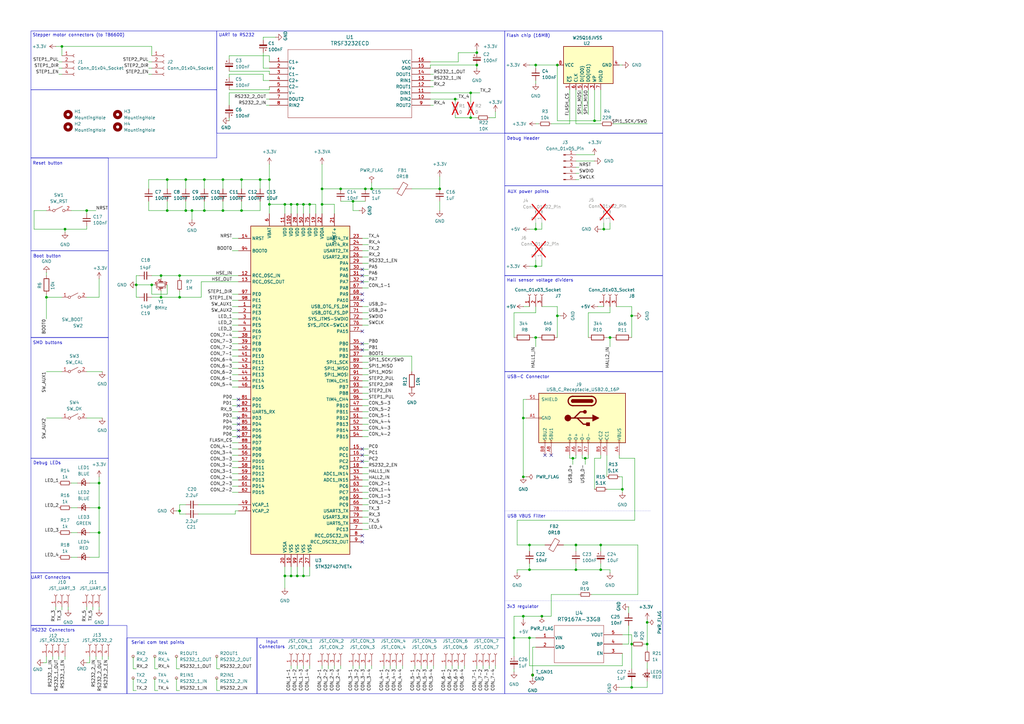
<source format=kicad_sch>
(kicad_sch (version 20250114) (generator "eeschema") (generator_version "9.0")
  (paper "A3")
  (title_block (title "distostick_controller") (date "2025-03-30") (rev "1"))
  (rectangle (start 207.01 76.2) (end 271.78 113.03))
  (rectangle (start 12.7 256.54) (end 52.07 284.48))
  (rectangle (start 12.7 234.95) (end 44.45 256.54))
  (rectangle (start 12.7 12.7) (end 88.9 36.83))
  (rectangle (start 105.41 261.62) (end 207.01 284.48))
  (rectangle (start 12.7 187.96) (end 44.45 234.95))
  (rectangle (start 207.01 152.4) (end 271.78 284.48))
  (rectangle (start 12.7 102.87) (end 44.45 138.43))
  (rectangle (start 52.07 261.62) (end 105.41 284.48))
  (rectangle (start 207.01 12.7) (end 271.78 54.61))
  (rectangle (start 88.9 12.7) (end 207.01 54.61))
  (rectangle (start 207.01 54.61) (end 271.78 76.2))
  (rectangle (start 207.01 113.03) (end 271.78 152.4))
  (rectangle (start 12.7 64.77) (end 44.45 102.87))
  (rectangle (start 12.7 138.43) (end 44.45 187.96))
  (rectangle (start 12.7 187.96) (end 12.7 187.96))
  (rectangle (start 12.7 36.83) (end 88.9 64.77))
  (text "Stepper motor connectors (to TB6600)" (at 32.258 14.478 0) (effects (font (size 1.27 1.27))))
  (text "Reset button" (at 19.558 67.056 0) (effects (font (size 1.27 1.27))))
  (text "RS232 Connectors" (at 21.844 258.572 0) (effects (font (size 1.27 1.27))))
  (text "SMD buttons" (at 19.558 140.716 0) (effects (font (size 1.27 1.27))))
  (text "Boot button" (at 19.304 105.156 0) (effects (font (size 1.27 1.27))))
  (text "UART to RS232" (at 97.028 14.478 0) (effects (font (size 1.27 1.27))))
  (text "Serial com test points" (at 64.77 263.652 0) (effects (font (size 1.27 1.27))))
  (text "Flash chip (16MB)" (at 216.662 14.732 0) (effects (font (size 1.27 1.27))))
  (text "AUX power points" (at 216.662 78.74 0) (effects (font (size 1.27 1.27))))
  (text "3v3 regulator" (at 214.376 248.92 0) (effects (font (size 1.27 1.27))))
  (text "USB VBUS Filter" (at 215.9 211.836 0) (effects (font (size 1.27 1.27))))
  (text "USB-C Connector" (at 216.662 154.686 0) (effects (font (size 1.27 1.27))))
  (text "Debug LEDs" (at 19.304 189.992 0) (effects (font (size 1.27 1.27))))
  (text "UART Connectors" (at 20.828 236.982 0) (effects (font (size 1.27 1.27))))
  (text "Input\nConnectors" (at 111.506 264.414 0) (effects (font (size 1.27 1.27))))
  (text "Hall sensor voltage dividers" (at 221.488 115.062 0) (effects (font (size 1.27 1.27))))
  (text "Debug Header" (at 214.63 56.896 0) (effects (font (size 1.27 1.27))))
  (junction (at 19.05 121.92))
  (junction (at 55.88 116.84))
  (junction (at 228.6 129.54))
  (junction (at 76.2 73.66))
  (junction (at 83.82 73.66))
  (junction (at 218.44 276.86))
  (junction (at 35.56 86.36))
  (junction (at 99.06 86.36))
  (junction (at 116.84 236.22))
  (junction (at 132.08 83.82))
  (junction (at 73.66 121.92))
  (junction (at 91.44 86.36))
  (junction (at 66.04 121.92))
  (junction (at 259.08 129.54))
  (junction (at 144.78 82.55))
  (junction (at 243.84 49.53))
  (junction (at 124.46 83.82))
  (junction (at 110.49 73.66))
  (junction (at 214.63 252.73))
  (junction (at 219.71 138.43))
  (junction (at 240.03 187.96))
  (junction (at 228.6 26.67))
  (junction (at 186.69 40.64))
  (junction (at 234.95 187.96))
  (junction (at 180.34 77.47))
  (junction (at 124.46 236.22))
  (junction (at 214.63 171.45))
  (junction (at 193.04 48.26))
  (junction (at 73.66 209.55))
  (junction (at 106.68 73.66))
  (junction (at 121.92 83.82))
  (junction (at 259.08 281.94))
  (junction (at 219.71 93.98))
  (junction (at 62.23 116.84))
  (junction (at 247.65 93.98))
  (junction (at 73.66 113.03))
  (junction (at 78.74 86.36))
  (junction (at 210.82 261.62))
  (junction (at 195.58 21.59))
  (junction (at 110.49 83.82))
  (junction (at 152.4 77.47))
  (junction (at 222.25 252.73))
  (junction (at 25.4 19.05))
  (junction (at 139.7 77.47))
  (junction (at 255.27 200.66))
  (junction (at 265.43 264.16))
  (junction (at 219.71 26.67))
  (junction (at 265.43 255.27))
  (junction (at 40.64 218.44))
  (junction (at 127 83.82))
  (junction (at 119.38 236.22))
  (junction (at 195.58 26.67))
  (junction (at 119.38 83.82))
  (junction (at 246.38 223.52))
  (junction (at 149.86 77.47))
  (junction (at 217.17 223.52))
  (junction (at 83.82 86.36))
  (junction (at 217.17 261.62))
  (junction (at 99.06 73.66))
  (junction (at 132.08 77.47))
  (junction (at 40.64 198.12))
  (junction (at 193.04 38.1))
  (junction (at 214.63 195.58))
  (junction (at 116.84 83.82))
  (junction (at 250.19 138.43))
  (junction (at 68.58 86.36))
  (junction (at 40.64 208.28))
  (junction (at 259.08 264.16))
  (junction (at 219.71 109.22))
  (junction (at 236.22 233.68))
  (junction (at 246.38 233.68))
  (junction (at 121.92 236.22))
  (junction (at 68.58 73.66))
  (junction (at 76.2 86.36))
  (junction (at 236.22 223.52))
  (junction (at 217.17 233.68))
  (junction (at 91.44 73.66))
  (junction (at 66.04 113.03))
  (junction (at 26.67 93.98))
  (no_connect (at 148.59 120.65))
  (no_connect (at 97.79 173.99))
  (no_connect (at 148.59 115.57))
  (no_connect (at 148.59 219.71))
  (no_connect (at 97.79 179.07))
  (no_connect (at 148.59 186.69))
  (no_connect (at 226.06 186.69))
  (no_connect (at 148.59 189.23))
  (no_connect (at 148.59 140.97))
  (no_connect (at 148.59 110.49))
  (no_connect (at 148.59 143.51))
  (no_connect (at 148.59 222.25))
  (no_connect (at 97.79 163.83))
  (no_connect (at 97.79 176.53))
  (no_connect (at 97.79 166.37))
  (no_connect (at 97.79 171.45))
  (no_connect (at 148.59 135.89))
  (no_connect (at 148.59 113.03))
  (no_connect (at 223.52 186.69))
  (no_connect (at 148.59 184.15))
  (no_connect (at 148.59 123.19))
  (wire (pts (xy 73.66 207.01) (xy 76.2 207.01)))
  (wire (pts (xy 217.17 231.14) (xy 217.17 233.68)))
  (wire (pts (xy 132.08 77.47) (xy 139.7 77.47)))
  (wire (pts (xy 151.13 191.77) (xy 148.59 191.77)))
  (wire (pts (xy 54.61 274.32) (xy 54.61 269.24)))
  (wire (pts (xy 99.06 73.66) (xy 99.06 77.47)))
  (wire (pts (xy 95.25 176.53) (xy 97.79 176.53)))
  (wire (pts (xy 152.4 77.47) (xy 161.29 77.47)))
  (wire (pts (xy 72.39 283.21) (xy 72.39 278.13)))
  (wire (pts (xy 40.64 218.44) (xy 40.64 228.6)))
  (wire (pts (xy 255.27 195.58) (xy 254 195.58)))
  (wire (pts (xy 96.52 210.82) (xy 81.28 210.82)))
  (wire (pts (xy 218.44 276.86) (xy 218.44 278.13)))
  (wire (pts (xy 95.25 135.89) (xy 97.79 135.89)))
  (wire (pts (xy 175.26 273.05) (xy 175.26 274.32)))
  (wire (pts (xy 124.46 83.82) (xy 121.92 83.82)))
  (wire (pts (xy 238.76 187.96) (xy 240.03 187.96)))
  (wire (pts (xy 95.25 146.05) (xy 97.79 146.05)))
  (wire (pts (xy 13.97 86.36) (xy 19.05 86.36)))
  (wire (pts (xy 151.13 163.83) (xy 148.59 163.83)))
  (wire (pts (xy 60.96 25.4) (xy 62.23 25.4)))
  (wire (pts (xy 187.96 273.05) (xy 187.96 274.32)))
  (wire (pts (xy 172.72 273.05) (xy 172.72 274.32)))
  (wire (pts (xy 151.13 171.45) (xy 148.59 171.45)))
  (wire (pts (xy 241.3 128.27) (xy 250.19 128.27)))
  (wire (pts (xy 203.2 48.26) (xy 200.66 48.26)))
  (wire (pts (xy 190.5 273.05) (xy 190.5 274.32)))
  (wire (pts (xy 116.84 87.63) (xy 116.84 83.82)))
  (wire (pts (xy 200.66 273.05) (xy 200.66 274.32)))
  (wire (pts (xy 109.22 43.18) (xy 110.49 43.18)))
  (wire (pts (xy 62.23 121.92) (xy 66.04 121.92)))
  (wire (pts (xy 107.95 33.02) (xy 110.49 33.02)))
  (wire (pts (xy 40.64 248.92) (xy 40.64 250.19)))
  (wire (pts (xy 233.68 36.83) (xy 233.68 50.8)))
  (wire (pts (xy 254 281.94) (xy 259.08 281.94)))
  (wire (pts (xy 151.13 128.27) (xy 148.59 128.27)))
  (wire (pts (xy 151.13 100.33) (xy 148.59 100.33)))
  (wire (pts (xy 265.43 264.16) (xy 265.43 266.7)))
  (wire (pts (xy 113.03 15.24) (xy 107.95 15.24)))
  (wire (pts (xy 95.25 143.51) (xy 97.79 143.51)))
  (wire (pts (xy 21.59 270.51) (xy 21.59 269.24)))
  (wire (pts (xy 255.27 201.93) (xy 255.27 200.66)))
  (wire (pts (xy 193.04 46.99) (xy 193.04 48.26)))
  (wire (pts (xy 151.13 107.95) (xy 148.59 107.95)))
  (wire (pts (xy 186.69 48.26) (xy 193.04 48.26)))
  (wire (pts (xy 210.82 138.43) (xy 210.82 128.27)))
  (wire (pts (xy 151.13 199.39) (xy 148.59 199.39)))
  (wire (pts (xy 55.88 116.84) (xy 62.23 116.84)))
  (wire (pts (xy 219.71 142.24) (xy 219.71 138.43)))
  (wire (pts (xy 195.58 26.67) (xy 195.58 27.94)))
  (wire (pts (xy 121.92 236.22) (xy 119.38 236.22)))
  (wire (pts (xy 82.55 115.57) (xy 82.55 121.92)))
  (wire (pts (xy 132.08 273.05) (xy 132.08 274.32)))
  (wire (pts (xy 19.05 171.45) (xy 25.4 171.45)))
  (wire (pts (xy 219.71 138.43) (xy 218.44 138.43)))
  (wire (pts (xy 151.13 140.97) (xy 148.59 140.97)))
  (wire (pts (xy 187.96 21.59) (xy 195.58 21.59)))
  (wire (pts (xy 162.56 273.05) (xy 162.56 274.32)))
  (wire (pts (xy 29.21 228.6) (xy 31.75 228.6)))
  (wire (pts (xy 139.7 77.47) (xy 149.86 77.47)))
  (wire (pts (xy 137.16 273.05) (xy 137.16 274.32)))
  (wire (pts (xy 93.98 29.21) (xy 110.49 29.21)))
  (wire (pts (xy 215.9 163.83) (xy 214.63 163.83)))
  (wire (pts (xy 210.82 252.73) (xy 214.63 252.73)))
  (wire (pts (xy 78.74 86.36) (xy 83.82 86.36)))
  (wire (pts (xy 24.13 27.94) (xy 25.4 27.94)))
  (wire (pts (xy 76.2 73.66) (xy 83.82 73.66)))
  (wire (pts (xy 132.08 67.31) (xy 132.08 77.47)))
  (wire (pts (xy 148.59 148.59) (xy 151.13 148.59)))
  (wire (pts (xy 38.1 248.92) (xy 38.1 250.19)))
  (wire (pts (xy 252.73 125.73) (xy 259.08 125.73)))
  (wire (pts (xy 151.13 186.69) (xy 148.59 186.69)))
  (wire (pts (xy 265.43 255.27) (xy 265.43 264.16)))
  (wire (pts (xy 151.13 217.17) (xy 148.59 217.17)))
  (wire (pts (xy 55.88 116.84) (xy 55.88 121.92)))
  (wire (pts (xy 151.13 166.37) (xy 148.59 166.37)))
  (wire (pts (xy 29.21 218.44) (xy 31.75 218.44)))
  (wire (pts (xy 121.92 83.82) (xy 119.38 83.82)))
  (wire (pts (xy 119.38 273.05) (xy 119.38 274.32)))
  (wire (pts (xy 110.49 67.31) (xy 110.49 73.66)))
  (wire (pts (xy 255.27 260.35) (xy 259.08 260.35)))
  (wire (pts (xy 73.66 274.32) (xy 72.39 274.32)))
  (wire (pts (xy 78.74 90.17) (xy 78.74 86.36)))
  (wire (pts (xy 259.08 129.54) (xy 259.08 125.73)))
  (wire (pts (xy 261.62 243.84) (xy 261.62 223.52)))
  (wire (pts (xy 148.59 207.01) (xy 151.13 207.01)))
  (wire (pts (xy 121.92 87.63) (xy 121.92 83.82)))
  (wire (pts (xy 214.63 252.73) (xy 222.25 252.73)))
  (wire (pts (xy 187.96 25.4) (xy 187.96 21.59)))
  (wire (pts (xy 97.79 115.57) (xy 82.55 115.57)))
  (wire (pts (xy 110.49 38.1) (xy 93.98 38.1)))
  (wire (pts (xy 36.83 271.78) (xy 35.56 271.78)))
  (wire (pts (xy 63.5 274.32) (xy 63.5 269.24)))
  (wire (pts (xy 106.68 82.55) (xy 106.68 86.36)))
  (wire (pts (xy 251.46 138.43) (xy 250.19 138.43)))
  (wire (pts (xy 35.56 86.36) (xy 39.37 86.36)))
  (wire (pts (xy 250.19 233.68) (xy 250.19 234.95)))
  (wire (pts (xy 29.21 198.12) (xy 31.75 198.12)))
  (wire (pts (xy 35.56 248.92) (xy 35.56 250.19)))
  (wire (pts (xy 110.49 83.82) (xy 110.49 73.66)))
  (wire (pts (xy 203.2 273.05) (xy 203.2 274.32)))
  (wire (pts (xy 26.67 269.24) (xy 26.67 270.51)))
  (wire (pts (xy 144.78 82.55) (xy 149.86 82.55)))
  (wire (pts (xy 95.25 140.97) (xy 97.79 140.97)))
  (wire (pts (xy 96.52 209.55) (xy 97.79 209.55)))
  (wire (pts (xy 95.25 163.83) (xy 97.79 163.83)))
  (wire (pts (xy 68.58 73.66) (xy 68.58 77.47)))
  (wire (pts (xy 62.23 113.03) (xy 66.04 113.03)))
  (wire (pts (xy 185.42 273.05) (xy 185.42 274.32)))
  (wire (pts (xy 226.06 252.73) (xy 226.06 243.84)))
  (wire (pts (xy 182.88 273.05) (xy 182.88 274.32)))
  (wire (pts (xy 151.13 196.85) (xy 148.59 196.85)))
  (wire (pts (xy 73.66 210.82) (xy 73.66 209.55)))
  (wire (pts (xy 222.25 106.68) (xy 222.25 109.22)))
  (wire (pts (xy 243.84 187.96) (xy 243.84 200.66)))
  (wire (pts (xy 246.38 233.68) (xy 250.19 233.68)))
  (wire (pts (xy 246.38 223.52) (xy 261.62 223.52)))
  (wire (pts (xy 259.08 260.35) (xy 259.08 264.16)))
  (wire (pts (xy 116.84 232.41) (xy 116.84 236.22)))
  (wire (pts (xy 95.25 138.43) (xy 97.79 138.43)))
  (wire (pts (xy 40.64 195.58) (xy 40.64 198.12)))
  (wire (pts (xy 25.4 22.86) (xy 25.4 19.05)))
  (wire (pts (xy 90.17 283.21) (xy 88.9 283.21)))
  (wire (pts (xy 214.63 171.45) (xy 215.9 171.45)))
  (wire (pts (xy 132.08 87.63) (xy 132.08 83.82)))
  (wire (pts (xy 64.77 283.21) (xy 63.5 283.21)))
  (wire (pts (xy 99.06 86.36) (xy 99.06 82.55)))
  (wire (pts (xy 110.49 27.94) (xy 107.95 27.94)))
  (wire (pts (xy 148.59 161.29) (xy 151.13 161.29)))
  (wire (pts (xy 129.54 87.63) (xy 129.54 83.82)))
  (wire (pts (xy 93.98 38.1) (xy 93.98 43.18)))
  (wire (pts (xy 39.37 270.51) (xy 39.37 269.24)))
  (wire (pts (xy 137.16 87.63) (xy 137.16 83.82)))
  (wire (pts (xy 212.09 213.36) (xy 212.09 223.52)))
  (wire (pts (xy 55.88 274.32) (xy 54.61 274.32)))
  (wire (pts (xy 228.6 26.67) (xy 228.6 49.53)))
  (wire (pts (xy 238.76 46.99) (xy 238.76 36.83)))
  (wire (pts (xy 88.9 274.32) (xy 88.9 269.24)))
  (wire (pts (xy 186.69 40.64) (xy 176.53 40.64)))
  (wire (pts (xy 119.38 236.22) (xy 116.84 236.22)))
  (wire (pts (xy 66.04 113.03) (xy 73.66 113.03)))
  (wire (pts (xy 177.8 33.02) (xy 176.53 33.02)))
  (wire (pts (xy 236.22 233.68) (xy 246.38 233.68)))
  (wire (pts (xy 151.13 212.09) (xy 148.59 212.09)))
  (wire (pts (xy 236.22 36.83) (xy 236.22 50.8)))
  (wire (pts (xy 259.08 129.54) (xy 260.35 129.54)))
  (wire (pts (xy 116.84 83.82) (xy 110.49 83.82)))
  (wire (pts (xy 137.16 83.82) (xy 132.08 83.82)))
  (wire (pts (xy 95.25 166.37) (xy 97.79 166.37)))
  (wire (pts (xy 247.65 91.44) (xy 247.65 93.98)))
  (wire (pts (xy 151.13 168.91) (xy 148.59 168.91)))
  (wire (pts (xy 250.19 91.44) (xy 250.19 93.98)))
  (wire (pts (xy 151.13 151.13) (xy 148.59 151.13)))
  (wire (pts (xy 260.35 213.36) (xy 260.35 187.96)))
  (wire (pts (xy 151.13 201.93) (xy 148.59 201.93)))
  (wire (pts (xy 68.58 116.84) (xy 68.58 120.65)))
  (wire (pts (xy 250.19 138.43) (xy 248.92 138.43)))
  (wire (pts (xy 62.23 120.65) (xy 68.58 120.65)))
  (wire (pts (xy 219.71 106.68) (xy 219.71 109.22)))
  (wire (pts (xy 55.88 113.03) (xy 55.88 116.84)))
  (wire (pts (xy 73.66 119.38) (xy 73.66 121.92)))
  (wire (pts (xy 147.32 273.05) (xy 147.32 274.32)))
  (wire (pts (xy 243.84 66.04) (xy 236.22 66.04)))
  (wire (pts (xy 91.44 86.36) (xy 99.06 86.36)))
  (wire (pts (xy 76.2 73.66) (xy 76.2 77.47)))
  (wire (pts (xy 68.58 86.36) (xy 76.2 86.36)))
  (wire (pts (xy 240.03 190.5) (xy 240.03 187.96)))
  (wire (pts (xy 214.63 171.45) (xy 214.63 195.58)))
  (wire (pts (xy 91.44 73.66) (xy 91.44 77.47)))
  (wire (pts (xy 93.98 30.48) (xy 93.98 31.75)))
  (wire (pts (xy 236.22 186.69) (xy 236.22 187.96)))
  (wire (pts (xy 177.8 35.56) (xy 176.53 35.56)))
  (wire (pts (xy 82.55 121.92) (xy 73.66 121.92)))
  (wire (pts (xy 144.78 82.55) (xy 144.78 86.36)))
  (wire (pts (xy 151.13 184.15) (xy 148.59 184.15)))
  (wire (pts (xy 99.06 86.36) (xy 106.68 86.36)))
  (wire (pts (xy 93.98 49.53) (xy 93.98 48.26)))
  (wire (pts (xy 210.82 252.73) (xy 210.82 261.62)))
  (wire (pts (xy 144.78 273.05) (xy 144.78 274.32)))
  (wire (pts (xy 259.08 129.54) (xy 259.08 138.43)))
  (wire (pts (xy 265.43 281.94) (xy 259.08 281.94)))
  (wire (pts (xy 29.21 208.28) (xy 31.75 208.28)))
  (wire (pts (xy 60.96 30.48) (xy 62.23 30.48)))
  (wire (pts (xy 245.11 125.73) (xy 247.65 125.73)))
  (wire (pts (xy 259.08 281.94) (xy 259.08 279.4)))
  (wire (pts (xy 129.54 83.82) (xy 127 83.82)))
  (wire (pts (xy 22.86 19.05) (xy 25.4 19.05)))
  (wire (pts (xy 107.95 15.24) (xy 107.95 16.51)))
  (wire (pts (xy 83.82 73.66) (xy 83.82 77.47)))
  (wire (pts (xy 214.63 163.83) (xy 214.63 171.45)))
  (wire (pts (xy 177.8 273.05) (xy 177.8 274.32)))
  (wire (pts (xy 124.46 232.41) (xy 124.46 236.22)))
  (wire (pts (xy 90.17 274.32) (xy 88.9 274.32)))
  (wire (pts (xy 83.82 82.55) (xy 83.82 86.36)))
  (wire (pts (xy 119.38 232.41) (xy 119.38 236.22)))
  (wire (pts (xy 124.46 87.63) (xy 124.46 83.82)))
  (wire (pts (xy 151.13 133.35) (xy 148.59 133.35)))
  (wire (pts (xy 264.16 264.16) (xy 265.43 264.16)))
  (wire (pts (xy 95.25 186.69) (xy 97.79 186.69)))
  (wire (pts (xy 241.3 46.99) (xy 241.3 36.83)))
  (wire (pts (xy 73.66 113.03) (xy 97.79 113.03)))
  (wire (pts (xy 212.09 213.36) (xy 260.35 213.36)))
  (wire (pts (xy 243.84 187.96) (xy 246.38 187.96)))
  (wire (pts (xy 121.92 232.41) (xy 121.92 236.22)))
  (wire (pts (xy 215.9 195.58) (xy 214.63 195.58)))
  (wire (pts (xy 228.6 129.54) (xy 228.6 138.43)))
  (wire (pts (xy 176.53 26.67) (xy 176.53 27.94)))
  (wire (pts (xy 95.25 194.31) (xy 97.79 194.31)))
  (wire (pts (xy 95.25 120.65) (xy 97.79 120.65)))
  (wire (pts (xy 217.17 233.68) (xy 236.22 233.68)))
  (wire (pts (xy 73.66 209.55) (xy 73.66 207.01)))
  (wire (pts (xy 96.52 210.82) (xy 96.52 209.55)))
  (wire (pts (xy 241.3 138.43) (xy 241.3 128.27)))
  (wire (pts (xy 198.12 273.05) (xy 198.12 274.32)))
  (wire (pts (xy 24.13 25.4) (xy 25.4 25.4)))
  (wire (pts (xy 72.39 274.32) (xy 72.39 269.24)))
  (wire (pts (xy 193.04 38.1) (xy 176.53 38.1)))
  (wire (pts (xy 151.13 118.11) (xy 148.59 118.11)))
  (wire (pts (xy 148.59 204.47) (xy 151.13 204.47)))
  (wire (pts (xy 219.71 128.27) (xy 219.71 125.73)))
  (wire (pts (xy 22.86 248.92) (xy 22.86 250.19)))
  (wire (pts (xy 110.49 35.56) (xy 110.49 36.83)))
  (wire (pts (xy 151.13 156.21) (xy 148.59 156.21)))
  (wire (pts (xy 62.23 19.05) (xy 62.23 22.86)))
  (wire (pts (xy 222.25 109.22) (xy 219.71 109.22)))
  (wire (pts (xy 25.4 248.92) (xy 25.4 250.19)))
  (wire (pts (xy 210.82 275.59) (xy 210.82 274.32)))
  (wire (pts (xy 236.22 231.14) (xy 236.22 233.68)))
  (wire (pts (xy 27.94 248.92) (xy 27.94 250.19)))
  (wire (pts (xy 222.25 252.73) (xy 226.06 252.73)))
  (wire (pts (xy 35.56 86.36) (xy 35.56 87.63)))
  (wire (pts (xy 234.95 190.5) (xy 234.95 187.96)))
  (wire (pts (xy 160.02 273.05) (xy 160.02 274.32)))
  (wire (pts (xy 35.56 93.98) (xy 35.56 92.71)))
  (wire (pts (xy 151.13 153.67) (xy 148.59 153.67)))
  (wire (pts (xy 265.43 50.8) (xy 251.46 50.8)))
  (wire (pts (xy 63.5 283.21) (xy 63.5 278.13)))
  (wire (pts (xy 36.83 269.24) (xy 36.83 271.78)))
  (wire (pts (xy 110.49 73.66) (xy 106.68 73.66)))
  (wire (pts (xy 177.8 30.48) (xy 176.53 30.48)))
  (wire (pts (xy 203.2 48.26) (xy 203.2 45.72)))
  (wire (pts (xy 180.34 82.55) (xy 180.34 86.36)))
  (wire (pts (xy 19.05 271.78) (xy 17.78 271.78)))
  (wire (pts (xy 237.49 68.58) (xy 236.22 68.58)))
  (wire (pts (xy 134.62 273.05) (xy 134.62 274.32)))
  (wire (pts (xy 241.3 187.96) (xy 240.03 187.96)))
  (wire (pts (xy 165.1 273.05) (xy 165.1 274.32)))
  (wire (pts (xy 241.3 186.69) (xy 241.3 187.96)))
  (wire (pts (xy 151.13 176.53) (xy 148.59 176.53)))
  (wire (pts (xy 257.81 248.92) (xy 257.81 251.46)))
  (wire (pts (xy 26.67 93.98) (xy 13.97 93.98)))
  (wire (pts (xy 254 187.96) (xy 260.35 187.96)))
  (polyline (pts (xy 207.01 209.55) (xy 266.7 209.55)) (stroke (width 0) (type dot)))
  (wire (pts (xy 107.95 27.94) (xy 107.95 21.59)))
  (wire (pts (xy 222.25 91.44) (xy 222.25 93.98)))
  (wire (pts (xy 170.18 273.05) (xy 170.18 274.32)))
  (wire (pts (xy 121.92 273.05) (xy 121.92 274.32)))
  (wire (pts (xy 228.6 129.54) (xy 228.6 125.73)))
  (wire (pts (xy 222.25 93.98) (xy 219.71 93.98)))
  (wire (pts (xy 265.43 279.4) (xy 265.43 281.94)))
  (wire (pts (xy 149.86 77.47) (xy 152.4 77.47)))
  (wire (pts (xy 236.22 50.8) (xy 246.38 50.8)))
  (wire (pts (xy 219.71 34.29) (xy 219.71 33.02)))
  (wire (pts (xy 218.44 265.43) (xy 218.44 276.86)))
  (wire (pts (xy 62.23 116.84) (xy 63.5 116.84)))
  (wire (pts (xy 95.25 168.91) (xy 97.79 168.91)))
  (wire (pts (xy 127 273.05) (xy 127 274.32)))
  (wire (pts (xy 19.05 152.4) (xy 25.4 152.4)))
  (wire (pts (xy 95.25 133.35) (xy 97.79 133.35)))
  (wire (pts (xy 151.13 173.99) (xy 148.59 173.99)))
  (wire (pts (xy 195.58 20.32) (xy 195.58 21.59)))
  (wire (pts (xy 151.13 105.41) (xy 148.59 105.41)))
  (wire (pts (xy 73.66 210.82) (xy 76.2 210.82)))
  (wire (pts (xy 26.67 95.25) (xy 26.67 93.98)))
  (wire (pts (xy 24.13 30.48) (xy 25.4 30.48)))
  (wire (pts (xy 180.34 72.39) (xy 180.34 77.47)))
  (wire (pts (xy 19.05 121.92) (xy 25.4 121.92)))
  (wire (pts (xy 95.25 130.81) (xy 97.79 130.81)))
  (wire (pts (xy 36.83 198.12) (xy 40.64 198.12)))
  (wire (pts (xy 73.66 283.21) (xy 72.39 283.21)))
  (wire (pts (xy 195.58 273.05) (xy 195.58 274.32)))
  (wire (pts (xy 55.88 283.21) (xy 54.61 283.21)))
  (wire (pts (xy 187.96 40.64) (xy 186.69 40.64)))
  (wire (pts (xy 214.63 125.73) (xy 217.17 125.73)))
  (wire (pts (xy 106.68 73.66) (xy 106.68 77.47)))
  (wire (pts (xy 151.13 113.03) (xy 148.59 113.03)))
  (wire (pts (xy 95.25 128.27) (xy 97.79 128.27)))
  (wire (pts (xy 210.82 128.27) (xy 219.71 128.27)))
  (wire (pts (xy 40.64 208.28) (xy 40.64 218.44)))
  (wire (pts (xy 212.09 234.95) (xy 212.09 233.68)))
  (wire (pts (xy 95.25 196.85) (xy 97.79 196.85)))
  (wire (pts (xy 212.09 223.52) (xy 217.17 223.52)))
  (wire (pts (xy 222.25 125.73) (xy 228.6 125.73)))
  (wire (pts (xy 151.13 189.23) (xy 148.59 189.23)))
  (wire (pts (xy 151.13 110.49) (xy 148.59 110.49)))
  (wire (pts (xy 95.25 125.73) (xy 97.79 125.73)))
  (wire (pts (xy 243.84 36.83) (xy 243.84 49.53)))
  (wire (pts (xy 40.64 228.6) (xy 36.83 228.6)))
  (wire (pts (xy 13.97 93.98) (xy 13.97 86.36)))
  (wire (pts (xy 124.46 273.05) (xy 124.46 274.32)))
  (wire (pts (xy 95.25 189.23) (xy 97.79 189.23)))
  (wire (pts (xy 193.04 38.1) (xy 193.04 41.91)))
  (wire (pts (xy 246.38 223.52) (xy 246.38 226.06)))
  (wire (pts (xy 218.44 265.43) (xy 219.71 265.43)))
  (wire (pts (xy 219.71 26.67) (xy 228.6 26.67)))
  (wire (pts (xy 151.13 194.31) (xy 148.59 194.31)))
  (wire (pts (xy 177.8 43.18) (xy 176.53 43.18)))
  (wire (pts (xy 254 186.69) (xy 254 187.96)))
  (wire (pts (xy 151.13 130.81) (xy 148.59 130.81)))
  (wire (pts (xy 217.17 273.05) (xy 255.27 273.05)))
  (wire (pts (xy 60.96 27.94) (xy 62.23 27.94)))
  (wire (pts (xy 95.25 148.59) (xy 97.79 148.59)))
  (wire (pts (xy 19.05 111.76) (xy 19.05 113.03)))
  (wire (pts (xy 233.68 50.8) (xy 226.06 50.8)))
  (wire (pts (xy 238.76 186.69) (xy 238.76 187.96)))
  (wire (pts (xy 41.91 270.51) (xy 41.91 269.24)))
  (wire (pts (xy 168.91 152.4) (xy 168.91 146.05)))
  (wire (pts (xy 110.49 36.83) (xy 93.98 36.83)))
  (wire (pts (xy 168.91 77.47) (xy 180.34 77.47)))
  (wire (pts (xy 217.17 223.52) (xy 223.52 223.52)))
  (wire (pts (xy 149.86 273.05) (xy 149.86 274.32)))
  (wire (pts (xy 168.91 146.05) (xy 148.59 146.05)))
  (wire (pts (xy 95.25 171.45) (xy 97.79 171.45)))
  (wire (pts (xy 107.95 33.02) (xy 107.95 30.48)))
  (wire (pts (xy 119.38 83.82) (xy 116.84 83.82)))
  (wire (pts (xy 95.25 179.07) (xy 97.79 179.07)))
  (wire (pts (xy 148.59 158.75) (xy 151.13 158.75)))
  (wire (pts (xy 73.66 113.03) (xy 73.66 114.3)))
  (wire (pts (xy 127 236.22) (xy 124.46 236.22)))
  (wire (pts (xy 151.13 214.63) (xy 148.59 214.63)))
  (wire (pts (xy 193.04 48.26) (xy 195.58 48.26)))
  (polyline (pts (xy 207.01 246.38) (xy 266.7 246.38)) (stroke (width 0) (type dot)))
  (wire (pts (xy 127 83.82) (xy 127 87.63)))
  (wire (pts (xy 247.65 93.98) (xy 246.38 93.98)))
  (wire (pts (xy 60.96 73.66) (xy 60.96 77.47)))
  (wire (pts (xy 95.25 151.13) (xy 97.79 151.13)))
  (wire (pts (xy 210.82 261.62) (xy 210.82 269.24)))
  (wire (pts (xy 83.82 86.36) (xy 91.44 86.36)))
  (wire (pts (xy 95.25 199.39) (xy 97.79 199.39)))
  (wire (pts (xy 95.25 102.87) (xy 97.79 102.87)))
  (wire (pts (xy 83.82 73.66) (xy 91.44 73.66)))
  (wire (pts (xy 91.44 73.66) (xy 99.06 73.66)))
  (wire (pts (xy 214.63 254) (xy 214.63 252.73)))
  (wire (pts (xy 66.04 121.92) (xy 73.66 121.92)))
  (wire (pts (xy 110.49 22.86) (xy 93.98 22.86)))
  (wire (pts (xy 88.9 283.21) (xy 88.9 278.13)))
  (wire (pts (xy 217.17 261.62) (xy 219.71 261.62)))
  (wire (pts (xy 219.71 27.94) (xy 219.71 26.67)))
  (wire (pts (xy 210.82 261.62) (xy 217.17 261.62)))
  (wire (pts (xy 60.96 82.55) (xy 60.96 86.36)))
  (wire (pts (xy 57.15 113.03) (xy 55.88 113.03)))
  (wire (pts (xy 127 83.82) (xy 124.46 83.82)))
  (wire (pts (xy 250.19 93.98) (xy 247.65 93.98)))
  (wire (pts (xy 109.22 40.64) (xy 110.49 40.64)))
  (wire (pts (xy 110.49 29.21) (xy 110.49 30.48)))
  (wire (pts (xy 255.27 195.58) (xy 255.27 200.66)))
  (wire (pts (xy 66.04 113.03) (xy 66.04 114.3)))
  (wire (pts (xy 226.06 243.84) (xy 237.49 243.84)))
  (wire (pts (xy 257.81 256.54) (xy 257.81 264.16)))
  (wire (pts (xy 93.98 30.48) (xy 107.95 30.48)))
  (wire (pts (xy 157.48 273.05) (xy 157.48 274.32)))
  (wire (pts (xy 233.68 186.69) (xy 233.68 187.96)))
  (wire (pts (xy 55.88 121.92) (xy 57.15 121.92)))
  (wire (pts (xy 217.17 273.05) (xy 217.17 261.62)))
  (wire (pts (xy 219.71 91.44) (xy 219.71 93.98)))
  (wire (pts (xy 40.64 198.12) (xy 40.64 208.28)))
  (wire (pts (xy 62.23 120.65) (xy 62.23 116.84)))
  (wire (pts (xy 66.04 119.38) (xy 66.04 121.92)))
  (wire (pts (xy 64.77 274.32) (xy 63.5 274.32)))
  (wire (pts (xy 68.58 73.66) (xy 76.2 73.66)))
  (wire (pts (xy 187.96 25.4) (xy 176.53 25.4)))
  (wire (pts (xy 35.56 121.92) (xy 40.64 121.92)))
  (wire (pts (xy 231.14 223.52) (xy 236.22 223.52)))
  (wire (pts (xy 124.46 236.22) (xy 121.92 236.22)))
  (wire (pts (xy 228.6 49.53) (xy 243.84 49.53)))
  (wire (pts (xy 250.19 142.24) (xy 250.19 138.43)))
  (wire (pts (xy 219.71 93.98) (xy 217.17 93.98)))
  (wire (pts (xy 259.08 264.16) (xy 259.08 274.32)))
  (wire (pts (xy 220.98 138.43) (xy 219.71 138.43)))
  (wire (pts (xy 95.25 191.77) (xy 97.79 191.77)))
  (wire (pts (xy 119.38 87.63) (xy 119.38 83.82)))
  (wire (pts (xy 186.69 40.64) (xy 186.69 41.91)))
  (wire (pts (xy 60.96 73.66) (xy 68.58 73.66)))
  (wire (pts (xy 152.4 74.93) (xy 152.4 77.47)))
  (wire (pts (xy 265.43 254) (xy 265.43 255.27)))
  (wire (pts (xy 91.44 82.55) (xy 91.44 86.36)))
  (wire (pts (xy 44.45 269.24) (xy 44.45 270.51)))
  (wire (pts (xy 236.22 63.5) (xy 243.84 63.5)))
  (wire (pts (xy 19.05 121.92) (xy 19.05 130.81)))
  (wire (pts (xy 246.38 36.83) (xy 246.38 49.53)))
  (wire (pts (xy 265.43 271.78) (xy 265.43 274.32)))
  (wire (pts (xy 116.84 236.22) (xy 116.84 241.3)))
  (wire (pts (xy 93.98 22.86) (xy 93.98 24.13)))
  (wire (pts (xy 151.13 97.79) (xy 148.59 97.79)))
  (wire (pts (xy 144.78 86.36) (xy 147.32 86.36)))
  (wire (pts (xy 95.25 181.61) (xy 97.79 181.61)))
  (wire (pts (xy 193.04 38.1) (xy 196.85 38.1)))
  (wire (pts (xy 72.39 209.55) (xy 73.66 209.55)))
  (wire (pts (xy 95.25 123.19) (xy 97.79 123.19)))
  (wire (pts (xy 110.49 22.86) (xy 110.49 25.4)))
  (wire (pts (xy 151.13 179.07) (xy 148.59 179.07)))
  (wire (pts (xy 243.84 49.53) (xy 246.38 49.53)))
  (wire (pts (xy 35.56 171.45) (xy 41.91 171.45)))
  (wire (pts (xy 139.7 273.05) (xy 139.7 274.32)))
  (wire (pts (xy 176.53 26.67) (xy 195.58 26.67)))
  (wire (pts (xy 219.71 109.22) (xy 217.17 109.22)))
  (wire (pts (xy 255.27 26.67) (xy 254 26.67)))
  (wire (pts (xy 127 232.41) (xy 127 236.22)))
  (wire (pts (xy 110.49 87.63) (xy 110.49 83.82)))
  (wire (pts (xy 24.13 270.51) (xy 24.13 269.24)))
  (wire (pts (xy 40.64 114.3) (xy 40.64 121.92)))
  (wire (pts (xy 95.25 156.21) (xy 97.79 156.21)))
  (wire (pts (xy 68.58 82.55) (xy 68.58 86.36)))
  (wire (pts (xy 151.13 209.55) (xy 148.59 209.55)))
  (wire (pts (xy 95.25 201.93) (xy 97.79 201.93)))
  (wire (pts (xy 236.22 223.52) (xy 236.22 226.06)))
  (wire (pts (xy 54.61 283.21) (xy 54.61 278.13)))
  (wire (pts (xy 233.68 187.96) (xy 234.95 187.96)))
  (wire (pts (xy 217.17 26.67) (xy 219.71 26.67)))
  (wire (pts (xy 35.56 152.4) (xy 41.91 152.4)))
  (wire (pts (xy 99.06 73.66) (xy 106.68 73.66)))
  (wire (pts (xy 95.25 173.99) (xy 97.79 173.99)))
  (wire (pts (xy 186.69 46.99) (xy 186.69 48.26)))
  (wire (pts (xy 25.4 19.05) (xy 62.23 19.05)))
  (wire (pts (xy 29.21 86.36) (xy 35.56 86.36)))
  (wire (pts (xy 236.22 187.96) (xy 234.95 187.96)))
  (wire (pts (xy 151.13 143.51) (xy 148.59 143.51)))
  (wire (pts (xy 250.19 128.27) (xy 250.19 125.73)))
  (wire (pts (xy 228.6 129.54) (xy 229.87 129.54)))
  (wire (pts (xy 212.09 233.68) (xy 217.17 233.68)))
  (wire (pts (xy 76.2 82.55) (xy 76.2 86.36)))
  (wire (pts (xy 257.81 264.16) (xy 255.27 264.16)))
  (wire (pts (xy 19.05 269.24) (xy 19.05 271.78)))
  (wire (pts (xy 151.13 125.73) (xy 148.59 125.73)))
  (wire (pts (xy 139.7 82.55) (xy 144.78 82.55)))
  (wire (pts (xy 95.25 153.67) (xy 97.79 153.67)))
  (wire (pts (xy 26.67 93.98) (xy 35.56 93.98)))
  (wire (pts (xy 236.22 223.52) (xy 246.38 223.52)))
  (wire (pts (xy 95.25 97.79) (xy 97.79 97.79)))
  (wire (pts (xy 81.28 207.01) (xy 97.79 207.01)))
  (wire (pts (xy 246.38 233.68) (xy 246.38 231.14)))
  (wire (pts (xy 219.71 50.8) (xy 220.98 50.8)))
  (wire (pts (xy 255.27 273.05) (xy 255.27 267.97)))
  (wire (pts (xy 242.57 243.84) (xy 261.62 243.84)))
  (wire (pts (xy 151.13 115.57) (xy 148.59 115.57)))
  (wire (pts (xy 151.13 102.87) (xy 148.59 102.87)))
  (wire (pts (xy 217.17 226.06) (xy 217.17 223.52)))
  (wire (pts (xy 40.64 208.28) (xy 36.83 208.28)))
  (wire (pts (xy 95.25 184.15) (xy 97.79 184.15)))
  (wire (pts (xy 40.64 218.44) (xy 36.83 218.44)))
  (wire (pts (xy 237.49 71.12) (xy 236.22 71.12)))
  (wire (pts (xy 246.38 186.69) (xy 246.38 187.96)))
  (wire (pts (xy 152.4 273.05) (xy 152.4 274.32)))
  (wire (pts (xy 132.08 77.47) (xy 132.08 83.82)))
  (wire (pts (xy 237.49 73.66) (xy 236.22 73.66)))
  (wire (pts (xy 248.92 200.66) (xy 255.27 200.66)))
  (wire (pts (xy 248.92 186.69) (xy 248.92 195.58)))
  (wire (pts (xy 60.96 86.36) (xy 68.58 86.36)))
  (wire (pts (xy 19.05 120.65) (xy 19.05 121.92)))
  (wire (pts (xy 76.2 86.36) (xy 78.74 86.36)))
  (wire (pts (xy 95.25 158.75) (xy 97.79 158.75)))
  (label "RS232_1_IN" (at 21.59 270.51 270))
  (label "CON_6-3" (at 187.96 274.32 270))
  (label "CON_7-4" (at 203.2 274.32 270))
  (label "CON_7-2" (at 95.25 143.51 180))
  (label "CON_7-4" (at 95.25 138.43 180))
  (label "CON_5-2" (at 172.72 274.32 270))
  (label "RX_5" (at 95.25 168.91 180))
  (label "PD3" (at 95.25 171.45 180))
  (label "CON_3-2" (at 95.25 191.77 180))
  (label "RX_2" (at 55.88 274.32 0))
  (label "STEP2_DIR" (at 151.13 158.75 0))
  (label "HALL2_IN" (at 151.13 196.85 0))
  (label "PB1" (at 151.13 143.51 0))
  (label "CON_5-3" (at 151.13 166.37 0))
  (label "LED_3" (at 95.25 135.89 180))
  (label "STEP2_PUL" (at 151.13 156.21 0))
  (label "RS232_2_OUT" (at 41.91 270.51 270))
  (label "BOOT1" (at 151.13 146.05 0))
  (label "TX_2" (at 196.85 38.1 0))
  (label "HALL1_IN" (at 219.71 142.24 270))
  (label "CON_2-2" (at 95.25 201.93 180))
  (label "CON_1-2" (at 151.13 207.01 0))
  (label "PD5" (at 95.25 176.53 180))
  (label "SW_AUX1" (at 19.05 152.4 270))
  (label "CON_2-3" (at 137.16 274.32 270))
  (label "CON_4-3" (at 162.56 274.32 270))
  (label "RS232_2_OUT" (at 109.22 40.64 180))
  (label "CON_7-1" (at 195.58 274.32 270))
  (label "LED_2" (at 95.25 133.35 180))
  (label "RS232_2_EN" (at 151.13 191.77 0))
  (label "CON_3-3" (at 149.86 274.32 270))
  (label "CON_1-4" (at 127 274.32 270))
  (label "CON_5-4" (at 177.8 274.32 270))
  (label "HSE_IN" (at 95.25 113.03 180))
  (label "RS232_1_OUT" (at 177.8 30.48 0))
  (label "CON_5-4" (at 95.25 158.75 180))
  (label "SWDIO" (at 237.49 71.12 0))
  (label "CON_1-3" (at 151.13 204.47 0))
  (label "PA7" (at 151.13 115.57 0))
  (label "LED_4" (at 24.13 228.6 180))
  (label "CON_6-4" (at 190.5 274.32 270))
  (label "PB0" (at 151.13 140.97 0))
  (label "STEP1_DIR" (at 95.25 120.65 180))
  (label "LED_1" (at 95.25 130.81 180))
  (label "USB_D+" (at 234.95 190.5 270))
  (label "BOOT0" (at 95.25 102.87 180))
  (label "RS232_1_IN" (at 177.8 33.02 0))
  (label "STEP2_EN" (at 60.96 30.48 180))
  (label "CON_2-4" (at 139.7 274.32 270))
  (label "CON_2-2" (at 134.62 274.32 270))
  (label "RS232_1_OUT" (at 73.66 274.32 0))
  (label "NRST" (at 237.49 68.58 0))
  (label "TX_4" (at 64.77 283.21 0))
  (label "CON_5-3" (at 175.26 274.32 270))
  (label "CON_3-4" (at 95.25 186.69 180))
  (label "LED_2" (at 24.13 208.28 180))
  (label "SPI1_MISO" (at 151.13 151.13 0))
  (label "STEP2_DIR" (at 60.96 27.94 180))
  (label "HALL2_IN" (at 250.19 142.24 270))
  (label "STEP2_EN" (at 151.13 161.29 0))
  (label "PD4" (at 95.25 173.99 180))
  (label "TX_4" (at 187.96 40.64 0))
  (label "CON_3-4" (at 152.4 274.32 270))
  (label "CON_2-4" (at 95.25 196.85 180))
  (label "STEP1_EN" (at 95.25 123.19 180))
  (label "USB_D-" (at 151.13 125.73 0))
  (label "TX_5" (at 38.1 250.19 270))
  (label "CON_7-2" (at 198.12 274.32 270))
  (label "TX_5" (at 151.13 214.63 0))
  (label "BOOT0" (at 19.05 130.81 270))
  (label "CON_3-1" (at 144.78 274.32 270))
  (label "TX_2" (at 55.88 283.21 0))
  (label "HSE_OUT" (at 95.25 115.57 180))
  (label "CON_5-1" (at 151.13 171.45 0))
  (label "RX_2" (at 177.8 35.56 0))
  (label "HALL1_IN" (at 151.13 194.31 0))
  (label "CON_4-2" (at 151.13 179.07 0))
  (label "STEP1_PUL" (at 24.13 25.4 180))
  (label "CON_6-1" (at 182.88 274.32 270))
  (label "CON_4-2" (at 160.02 274.32 270))
  (label "SPI1_MISO" (at 241.3 46.99 90))
  (label "PC2" (at 151.13 189.23 0))
  (label "SPI1_SCK{slash}SWO" (at 265.43 50.8 180))
  (label "RX_4" (at 64.77 274.32 0))
  (label "CON_5-1" (at 170.18 274.32 270))
  (label "RS232_2_OUT" (at 90.17 274.32 0))
  (label "TX_4" (at 151.13 97.79 0))
  (label "SWCLK" (at 237.49 73.66 0))
  (label "LED_1" (at 24.13 198.12 180))
  (label "CON_5-2" (at 151.13 168.91 0))
  (label "CON_4-4" (at 151.13 173.99 0))
  (label "CON_3-2" (at 147.32 274.32 270))
  (label "RS232_1_OUT" (at 24.13 270.51 270))
  (label "SW_AUX2" (at 95.25 128.27 180))
  (label "CON_1-1" (at 151.13 118.11 0))
  (label "RX_3" (at 151.13 212.09 0))
  (label "RS232_2_EN" (at 44.45 270.51 270))
  (label "RS232_2_IN" (at 109.22 43.18 180))
  (label "CON_1-1" (at 119.38 274.32 270))
  (label "PD6" (at 95.25 179.07 180))
  (label "CON_2-1" (at 151.13 199.39 0))
  (label "RS232_2_IN" (at 39.37 270.51 270))
  (label "TX_3" (at 25.4 250.19 270))
  (label "CON_1-2" (at 121.92 274.32 270))
  (label "USB_D-" (at 240.03 190.5 270))
  (label "PA5" (at 151.13 110.49 0))
  (label "CON_7-3" (at 200.66 274.32 270))
  (label "NRST" (at 95.25 97.79 180))
  (label "CON_1-4" (at 151.13 201.93 0))
  (label "CON_6-2" (at 185.42 274.32 270))
  (label "STEP1_EN" (at 24.13 30.48 180))
  (label "PC0" (at 151.13 184.15 0))
  (label "RS232_1_EN" (at 26.67 270.51 270))
  (label "CON_4-4" (at 165.1 274.32 270))
  (label "CON_3-3" (at 95.25 189.23 180))
  (label "SWDIO" (at 151.13 130.81 0))
  (label "CON_7-3" (at 95.25 140.97 180))
  (label "CON_4-3" (at 151.13 176.53 0))
  (label "STEP1_DIR" (at 24.13 27.94 180))
  (label "SWCLK" (at 151.13 133.35 0))
  (label "STEP2_PUL" (at 60.96 25.4 180))
  (label "PD0" (at 95.25 163.83 180))
  (label "NRST" (at 39.37 86.36 0))
  (label "PC1" (at 151.13 186.69 0))
  (label "RX_5" (at 35.56 250.19 270))
  (label "SPI1_MOSI" (at 151.13 153.67 0))
  (label "LED_4" (at 151.13 217.17 0))
  (label "SPI1_MOSI" (at 238.76 46.99 90))
  (label "TX_2" (at 151.13 102.87 0))
  (label "SW_AUX2" (at 19.05 171.45 270))
  (label "CON_6-2" (at 95.25 153.67 180))
  (label "FLASH_CS" (at 95.25 181.61 180))
  (label "SPI1_SCK{slash}SWO" (at 151.13 148.59 0))
  (label "TX_3" (at 151.13 209.55 0))
  (label "CON_4-1" (at 157.48 274.32 270))
  (label "CON_2-3" (at 95.25 199.39 180))
  (label "STEP1_PUL" (at 151.13 163.83 0))
  (label "PA6" (at 151.13 113.03 0))
  (label "RS232_1_IN" (at 73.66 283.21 0))
  (label "RS232_1_EN" (at 151.13 107.95 0))
  (label "CON_3-1" (at 95.25 194.31 180))
  (label "USB_D+" (at 151.13 128.27 0))
  (label "FLASH_CS" (at 233.68 38.1 270))
  (label "PD1" (at 95.25 166.37 180))
  (label "RX_4" (at 177.8 43.18 0))
  (label "RX_4" (at 151.13 100.33 0))
  (label "CON_2-1" (at 132.08 274.32 270))
  (label "CON_7-1" (at 95.25 146.05 180))
  (label "RX_3" (at 22.86 250.19 270))
  (label "RS232_2_IN" (at 90.17 283.21 0))
  (label "LED_3" (at 24.13 218.44 180))
  (label "SW_AUX1" (at 95.25 125.73 180))
  (label "CON_6-1" (at 95.25 156.21 180))
  (label "CON_6-4" (at 95.25 148.59 180))
  (label "RX_2" (at 151.13 105.41 0))
  (label "CON_1-3" (at 124.46 274.32 270))
  (label "CON_4-1" (at 95.25 184.15 180))
  (label "CON_6-3" (at 95.25 151.13 180))
  (symbol (lib_id "power:GND") (at 78.74 90.17 0) (unit 1)
    (property "Reference" "#PWR020" (effects (hide yes)))
    (property "Value" "GND" (at 76.708 94.488 0) (effects (justify left)))
    (property "Description" "Power symbol creates a global label with name \"GND\" , ground" (effects (hide yes)))
  )
  (symbol (lib_id "Connector:Conn_01x04_Socket") (at 160.02 267.97 90) (unit 1)
    (property "Reference" "JST_CON_4" (at 161.29 262.89 90))
    (property "Value" "JST_CON_4" (at 161.29 265.43 90))
    (property "Footprint" "Connector_JST:JST_EH_B4B-EH-A_1x04_P2.50mm_Vertical" (effects (hide yes)))
    (property "Description" "Generic connector, single row, 01x04, script generated" (effects (hide yes)))
  )
  (symbol (lib_id "Connector:Conn_01x03_Socket") (at 38.1 243.84 90) (unit 1)
    (property "Reference" "J11" (at 38.1 238.76 90))
    (property "Value" "JST_UART_5" (at 38.1 241.3 90))
    (property "Footprint" "Connector_JST:JST_EH_B3B-EH-A_1x03_P2.50mm_Vertical" (effects (hide yes)))
    (property "Description" "Generic connector, single row, 01x03, script generated" (effects (hide yes)))
  )
  (symbol (lib_id "Device:R_Small") (at 73.66 116.84 0) (unit 1)
    (property "Reference" "R7" (at 76.2 115.5699 0) (effects (justify left)))
    (property "Value" "1M" (at 76.2 118.1099 0) (effects (justify left)))
    (property "Footprint" "Resistor_SMD:R_0402_1005Metric" (effects (hide yes)))
    (property "Description" "Resistor, small symbol" (effects (hide yes)))
  )
  (symbol (lib_id "Device:R_Small") (at 186.69 44.45 0) (unit 1) (in_bom no) (dnp yes)
    (property "Reference" "R1" (at 188.214 43.434 0) (effects (justify left)))
    (property "Value" "0" (at 188.214 45.974 0) (effects (justify left)))
    (property "Footprint" "Resistor_SMD:R_0805_2012Metric_Pad1.20x1.40mm_HandSolder" (effects (hide yes)))
    (property "Description" "Resistor, small symbol" (effects (hide yes)))
  )
  (symbol (lib_id "Device:C_Polarized_Small") (at 93.98 34.29 0) (unit 1)
    (property "Reference" "C5" (at 96.52 32.4738 0) (effects (justify left)))
    (property "Value" "100nF" (at 96.52 35.0138 0) (effects (justify left)))
    (property "Footprint" "Capacitor_SMD:C_0402_1005Metric" (effects (hide yes)))
    (property "Description" "Polarized capacitor, small symbol" (effects (hide yes)))
  )
  (symbol (lib_id "power:GND") (at 27.94 250.19 0) (unit 1)
    (property "Reference" "#PWR044" (effects (hide yes)))
    (property "Value" "GND" (at 27.94 255.27 0))
    (property "Description" "Power symbol creates a global label with name \"GND\" , ground" (effects (hide yes)))
  )
  (symbol (lib_id "Device:FerriteBead") (at 227.33 223.52 90) (unit 1)
    (property "Reference" "FB2" (at 227.2792 215.9 90))
    (property "Value" "0R18" (at 227.2792 218.44 90))
    (property "Footprint" "Resistor_SMD:R_0805_2012Metric" (effects (hide yes)))
    (property "Description" "Ferrite bead" (effects (hide yes)))
  )
  (symbol (lib_id "power:GND") (at 147.32 86.36 90) (unit 1)
    (property "Reference" "#PWR018" (effects (hide yes)))
    (property "Value" "GND" (at 151.638 88.392 0) (effects (justify left)))
    (property "Description" "Power symbol creates a global label with name \"GND\" , ground" (effects (hide yes)))
  )
  (symbol (lib_id "Device:C_Polarized_Small") (at 259.08 276.86 0) (unit 1)
    (property "Reference" "C27" (at 252.984 275.59 0) (effects (justify left)))
    (property "Value" "1uF" (at 252.984 278.13 0) (effects (justify left)))
    (property "Footprint" "Capacitor_SMD:C_0603_1608Metric" (effects (hide yes)))
    (property "Description" "Polarized capacitor, small symbol" (effects (hide yes)))
  )
  (symbol (lib_id "Connector:TestPoint_Small") (at 88.9 269.24 0) (unit 1)
    (property "Reference" "R2OUT1" (at 90.17 267.9699 0) (effects (justify left)))
    (property "Value" "RS232_2_OUT" (at 90.17 270.5099 0) (effects (justify left)))
    (property "Footprint" "TestPoint:TestPoint_Pad_D1.0mm" (effects (hide yes)))
    (property "Description" "test point" (effects (hide yes)))
  )
  (symbol (lib_id "Connector:TestPoint_Small") (at 63.5 278.13 0) (unit 1)
    (property "Reference" "TX4" (at 64.77 276.8599 0) (effects (justify left)))
    (property "Value" "TX_4" (at 64.77 279.3999 0) (effects (justify left)))
    (property "Footprint" "TestPoint:TestPoint_Pad_D1.0mm" (effects (hide yes)))
    (property "Description" "test point" (effects (hide yes)))
  )
  (symbol (lib_id "Device:C_Polarized_Small") (at 195.58 24.13 0) (unit 1)
    (property "Reference" "C2" (at 198.12 22.3138 0) (effects (justify left)))
    (property "Value" "100nF" (at 198.12 24.8538 0) (effects (justify left)))
    (property "Footprint" "Capacitor_SMD:C_0402_1005Metric" (effects (hide yes)))
    (property "Description" "Polarized capacitor, small symbol" (effects (hide yes)))
  )
  (symbol (lib_id "Device:R") (at 168.91 156.21 0) (unit 1)
    (property "Reference" "R12" (at 166.116 156.464 90))
    (property "Value" "10k" (at 171.45 156.464 90))
    (property "Footprint" "Resistor_SMD:R_0402_1005Metric" (effects (hide yes)))
    (property "Description" "Resistor" (effects (hide yes)))
  )
  (symbol (lib_id "Device:C_Small") (at 35.56 90.17 0) (unit 1)
    (property "Reference" "C17" (at 38.1 88.9062 0) (effects (justify left)))
    (property "Value" "100nF" (at 38.1 91.4462 0) (effects (justify left)))
    (property "Footprint" "Capacitor_SMD:C_0402_1005Metric" (effects (hide yes)))
    (property "Description" "Unpolarized capacitor, small symbol" (effects (hide yes)))
  )
  (symbol (lib_id "Switch:SW_SPST") (at 24.13 86.36 0) (unit 1)
    (property "Reference" "SW1" (at 24.13 80.01 0))
    (property "Value" "SW_RST" (at 24.13 82.55 0))
    (property "Footprint" "Button_Switch_SMD:SW_SPST_B3U-1000P" (effects (hide yes)))
    (property "Description" "Single Pole Single Throw (SPST) switch" (effects (hide yes)))
    (property "PARTREV" "B" (effects (hide yes)))
    (property "STANDARD" "Manufacturer Recommendations" (effects (hide yes)))
    (property "MAXIMUM_PACKAGE_HEIGHT" "0.96 mm" (effects (hide yes)))
    (property "MANUFACTURER" "C&K" (effects (hide yes)))
  )
  (symbol (lib_id "power:+5V") (at 245.11 125.73 90) (unit 1)
    (property "Reference" "#PWR029" (effects (hide yes)))
    (property "Value" "+5V" (at 240.03 125.73 90))
    (property "Description" "Power symbol creates a global label with name \"+5V\"" (effects (hide yes)))
  )
  (symbol (lib_id "Connector:Conn_01x02_Pin") (at 250.19 86.36 270) (unit 1) (dnp yes)
    (property "Reference" "J5" (at 241.3 82.042 90) (effects (justify left)))
    (property "Value" "Conn_01x02_Pin" (at 241.3 84.582 90) (effects (justify left)))
    (property "Footprint" "Connector_PinSocket_2.54mm:PinSocket_1x02_P2.54mm_Vertical" (effects (hide yes)))
    (property "Description" "Generic connector, single row, 01x02, script generated" (effects (hide yes)))
  )
  (symbol (lib_id "Device:C_Small") (at 59.69 121.92 90) (unit 1)
    (property "Reference" "C19" (at 59.69 128.524 90))
    (property "Value" "14pF" (at 59.944 125.73 90))
    (property "Footprint" "Capacitor_SMD:C_0402_1005Metric" (effects (hide yes)))
    (property "Description" "Unpolarized capacitor, small symbol" (effects (hide yes)))
  )
  (symbol (lib_id "power:GND") (at 41.91 152.4 0) (unit 1)
    (property "Reference" "#PWR032" (effects (hide yes)))
    (property "Value" "GND" (at 41.91 157.48 0))
    (property "Description" "Power symbol creates a global label with name \"GND\" , ground" (effects (hide yes)))
  )
  (symbol (lib_id "Connector:Conn_01x04_Socket") (at 147.32 267.97 90) (unit 1)
    (property "Reference" "JST_CON_3" (at 148.59 262.89 90))
    (property "Value" "JST_CON_3" (at 148.59 265.43 90))
    (property "Footprint" "Connector_JST:JST_EH_B4B-EH-A_1x04_P2.50mm_Vertical" (effects (hide yes)))
    (property "Description" "Generic connector, single row, 01x04, script generated" (effects (hide yes)))
  )
  (symbol (lib_id "power:+3.3V") (at 180.34 72.39 0) (unit 1)
    (property "Reference" "#PWR015" (effects (hide yes)))
    (property "Value" "+3.3V" (at 180.34 67.31 0))
    (property "Description" "Power symbol creates a global label with name \"+3.3V\"" (effects (hide yes)))
  )
  (symbol (lib_id "Memory_Flash:W25Q16JVSS") (at 241.3 26.67 90) (unit 1)
    (property "Reference" "U2" (at 242.062 17.78 90) (effects (justify left)))
    (property "Value" "W25Q16JVSS" (at 247.142 15.494 90) (effects (justify left)))
    (property "Footprint" "PCM_Package_SO_AKL:SOIC-8_5.23x5.23mm_P1.27mm" (effects (hide yes)))
    (property "Datasheet" "https://www.winbond.com/hq/support/documentation/levelOne.jsp?__locale=en&DocNo=DA00-W25Q16JV.1" (effects (hide yes)))
    (property "Description" "16Mb Serial Flash Memory, Standard/Dual/Quad SPI, SOIC-8" (effects (hide yes)))
    (pin "7" (alternate "HOLD"))
    (pin "3" (alternate "WP"))
  )
  (symbol (lib_id "Device:C_Polarized_Small") (at 93.98 26.67 0) (unit 1)
    (property "Reference" "C3" (at 96.52 24.8538 0) (effects (justify left)))
    (property "Value" "100nF" (at 96.52 27.3938 0) (effects (justify left)))
    (property "Footprint" "Capacitor_SMD:C_0402_1005Metric" (effects (hide yes)))
    (property "Description" "Polarized capacitor, small symbol" (effects (hide yes)))
  )
  (symbol (lib_id "Mechanical:MountingHole") (at 27.94 46.99 0) (unit 1) (exclude_from_sim yes) (in_bom no)
    (property "Reference" "H1" (at 30.48 45.7199 0) (effects (justify left)))
    (property "Value" "MountingHole" (at 30.48 48.2599 0) (effects (justify left)))
    (property "Footprint" "MountingHole:MountingHole_3.2mm_M3" (effects (hide yes)))
    (property "Description" "Mounting Hole without connection" (effects (hide yes)))
  )
  (symbol (lib_id "Device:R_Small") (at 26.67 218.44 90) (unit 1)
    (property "Reference" "R17" (at 26.67 213.36 90))
    (property "Value" "1k" (at 26.67 215.9 90))
    (property "Footprint" "Resistor_SMD:R_0402_1005Metric" (effects (hide yes)))
    (property "Description" "Resistor, small symbol" (effects (hide yes)))
  )
  (symbol (lib_id "Connector:Conn_01x04_Socket") (at 185.42 267.97 90) (unit 1)
    (property "Reference" "JST_CON_6" (at 186.69 262.89 90))
    (property "Value" "JST_CON_6" (at 186.69 265.43 90))
    (property "Footprint" "Connector_JST:JST_EH_B4B-EH-A_1x04_P2.50mm_Vertical" (effects (hide yes)))
    (property "Description" "Generic connector, single row, 01x04, script generated" (effects (hide yes)))
  )
  (symbol (lib_id "Device:R") (at 19.05 116.84 0) (unit 1)
    (property "Reference" "R6" (at 16.256 117.094 90))
    (property "Value" "10k" (at 21.59 117.094 90))
    (property "Footprint" "Resistor_SMD:R_0402_1005Metric" (effects (hide yes)))
    (property "Description" "Resistor" (effects (hide yes)))
  )
  (symbol (lib_id "Switch:SW_SPST") (at 30.48 171.45 0) (unit 1)
    (property "Reference" "SW4" (at 30.48 165.1 0))
    (property "Value" "SW_OK" (at 30.48 167.64 0))
    (property "Footprint" "Button_Switch_SMD:SW_SPST_B3U-1000P" (effects (hide yes)))
    (property "Description" "Single Pole Single Throw (SPST) switch" (effects (hide yes)))
    (property "PARTREV" "B" (effects (hide yes)))
    (property "STANDARD" "Manufacturer Recommendations" (effects (hide yes)))
    (property "MAXIMUM_PACKAGE_HEIGHT" "0.96 mm" (effects (hide yes)))
    (property "MANUFACTURER" "C&K" (effects (hide yes)))
  )
  (symbol (lib_id "power:GND") (at 93.98 49.53 270) (unit 1)
    (property "Reference" "#PWR09" (effects (hide yes)))
    (property "Value" "GND" (at 92.71 52.324 90))
    (property "Description" "Power symbol creates a global label with name \"GND\" , ground" (effects (hide yes)))
  )
  (symbol (lib_id "power:GND") (at 255.27 201.93 0) (unit 1)
    (property "Reference" "#PWR037" (effects (hide yes)))
    (property "Value" "GND" (at 255.27 207.01 0))
    (property "Description" "Power symbol creates a global label with name \"GND\" , ground" (effects (hide yes)))
  )
  (symbol (lib_id "Connector:TestPoint_Small") (at 88.9 278.13 0) (unit 1)
    (property "Reference" "R2IN1" (at 90.17 276.8599 0) (effects (justify left)))
    (property "Value" "RS232_2_IN" (at 90.17 279.3999 0) (effects (justify left)))
    (property "Footprint" "TestPoint:TestPoint_Pad_D1.0mm" (effects (hide yes)))
    (property "Description" "test point" (effects (hide yes)))
  )
  (symbol (lib_id "power:+3.3V") (at 195.58 20.32 0) (unit 1)
    (property "Reference" "#PWR03" (effects (hide yes)))
    (property "Value" "+3.3V" (at 198.12 19.0499 0) (effects (justify left)))
    (property "Description" "Power symbol creates a global label with name \"+3.3V\"" (effects (hide yes)))
  )
  (symbol (lib_id "power:GND") (at 219.71 34.29 0) (unit 1)
    (property "Reference" "#PWR07" (effects (hide yes)))
    (property "Value" "GND" (at 219.71 39.37 0))
    (property "Description" "Power symbol creates a global label with name \"GND\" , ground" (effects (hide yes)))
  )
  (symbol (lib_id "Switch:SW_SPST") (at 30.48 152.4 0) (unit 1)
    (property "Reference" "SW3" (at 30.48 146.05 0))
    (property "Value" "SW_CAL" (at 30.48 148.59 0))
    (property "Footprint" "Button_Switch_SMD:SW_SPST_B3U-1000P" (effects (hide yes)))
    (property "Description" "Single Pole Single Throw (SPST) switch" (effects (hide yes)))
    (property "PARTREV" "B" (effects (hide yes)))
    (property "STANDARD" "Manufacturer Recommendations" (effects (hide yes)))
    (property "MAXIMUM_PACKAGE_HEIGHT" "0.96 mm" (effects (hide yes)))
    (property "MANUFACTURER" "C&K" (effects (hide yes)))
  )
  (symbol (lib_id "power:GND") (at 35.56 271.78 270) (unit 1)
    (property "Reference" "#PWR048" (effects (hide yes)))
    (property "Value" "GND" (at 35.56 274.32 90) (effects (justify right)))
    (property "Description" "Power symbol creates a global label with name \"GND\" , ground" (effects (hide yes)))
  )
  (symbol (lib_id "power:GND") (at 210.82 275.59 0) (unit 1)
    (property "Reference" "#PWR049" (effects (hide yes)))
    (property "Value" "GND" (at 210.82 280.67 0))
    (property "Description" "Power symbol creates a global label with name \"GND\" , ground" (effects (hide yes)))
  )
  (symbol (lib_id "power:GND") (at 218.44 278.13 0) (unit 1)
    (property "Reference" "#PWR050" (effects (hide yes)))
    (property "Value" "GND" (at 218.44 283.21 0))
    (property "Description" "Power symbol creates a global label with name \"GND\" , ground" (effects (hide yes)))
  )
  (symbol (lib_id "MCU_ST_STM32F4:STM32F407VETx") (at 123.19 161.29 0) (unit 1)
    (property "Reference" "U3" (at 129.1941 229.87 0) (effects (justify left)))
    (property "Value" "STM32F407VETx" (at 129.1941 232.41 0) (effects (justify left)))
    (property "Footprint" "Package_QFP:LQFP-100_14x14mm_P0.5mm" (effects (hide yes)))
    (property "Datasheet" "https://www.st.com/resource/en/datasheet/stm32f407ve.pdf" (effects (hide yes)))
    (property "Description" "STMicroelectronics Arm Cortex-M4 MCU, 512KB flash, 192KB RAM, 168 MHz, 1.8-3.6V, 82 GPIO, LQFP100" (effects (hide yes)))
    (pin "25" (alternate "USART2_TX"))
    (pin "80" (alternate "UART5_TX"))
    (pin "76" (alternate "SYS_JTCK-SWCLK"))
    (pin "77" (alternate "PA15"))
    (pin "92" (alternate "TIM4_CH1"))
    (pin "9" (alternate "RCC_OSC32_OUT"))
    (pin "78" (alternate "USART3_TX"))
    (pin "79" (alternate "USART3_RX"))
    (pin "8" (alternate "RCC_OSC32_IN"))
    (pin "65" (alternate "PC8"))
    (pin "83" (alternate "UART5_RX"))
    (pin "69" (alternate "PA10"))
    (pin "24" (alternate "UART4_RX"))
    (pin "26" (alternate "USART2_RX"))
    (pin "70" (alternate "USB_OTG_FS_DM"))
    (pin "96" (alternate "TIM4_CH4"))
    (pin "36" (alternate "PB1"))
    (pin "72" (alternate "SYS_JTMS-SWDIO"))
    (pin "23" (alternate "UART4_TX"))
    (pin "90" (alternate "SPI1_MISO"))
    (pin "71" (alternate "USB_OTG_FS_DP"))
    (pin "66" (alternate "PC9"))
    (pin "20" (alternate "VSSA"))
    (pin "89" (alternate "SPI1_SCK"))
    (pin "34" (alternate "ADC1_IN15"))
    (pin "91" (alternate "SPI1_MOSI"))
    (pin "33" (alternate "ADC1_IN14"))
    (pin "13" (alternate "RCC_OSC_OUT"))
    (pin "63" (alternate "PC6"))
    (pin "68" (alternate "PA9"))
    (pin "12" (alternate "RCC_OSC_IN"))
  )
  (symbol (lib_id "power:GND") (at 212.09 234.95 0) (unit 1)
    (property "Reference" "#PWR040" (effects (hide yes)))
    (property "Value" "GND" (at 212.09 240.03 0))
    (property "Description" "Power symbol creates a global label with name \"GND\" , ground" (effects (hide yes)))
  )
  (symbol (lib_id "Connector:Conn_01x04_Socket") (at 67.31 25.4 0) (unit 1)
    (property "Reference" "J2" (at 68.58 25.3999 0) (effects (justify left)))
    (property "Value" "Conn_01x04_Socket" (at 68.58 27.9399 0) (effects (justify left)))
    (property "Footprint" "Connector_JST:JST_EH_B4B-EH-A_1x04_P2.50mm_Vertical" (effects (hide yes)))
    (property "Description" "Generic connector, single row, 01x04, script generated" (effects (hide yes)))
  )
  (symbol (lib_id "Connector:TestPoint_Small") (at 72.39 269.24 0) (unit 1)
    (property "Reference" "R1OUT1" (at 73.66 267.9699 0) (effects (justify left)))
    (property "Value" "RS232_1_OUT" (at 73.66 270.5099 0) (effects (justify left)))
    (property "Footprint" "TestPoint:TestPoint_Pad_D1.0mm" (effects (hide yes)))
    (property "Description" "test point" (effects (hide yes)))
  )
  (symbol (lib_id "power:GND") (at 72.39 209.55 270) (unit 1)
    (property "Reference" "#PWR038" (effects (hide yes)))
    (property "Value" "GND" (at 68.58 209.5499 90) (effects (justify right)))
    (property "Description" "Power symbol creates a global label with name \"GND\" , ground" (effects (hide yes)))
  )
  (symbol (lib_name "LED_Small_2") (lib_id "Device:LED_Small") (at 34.29 218.44 0) (unit 1)
    (property "Reference" "LED3" (at 34.3535 212.09 0))
    (property "Value" "GREEN" (at 34.3535 214.63 0))
    (property "Footprint" "LED_SMD:LED_0402_1005Metric" (effects (hide yes)))
    (property "Description" "Light emitting diode, small symbol" (effects (hide yes)))
    (property "Sim.Pin" "1=K 2=A" (effects (hide yes)))
  )
  (symbol (lib_name "LED_Small_4") (lib_id "Device:LED_Small") (at 34.29 198.12 0) (unit 1)
    (property "Reference" "LED1" (at 34.3535 191.77 0))
    (property "Value" "BLUE" (at 34.3535 194.31 0))
    (property "Footprint" "LED_SMD:LED_0402_1005Metric" (effects (hide yes)))
    (property "Description" "Light emitting diode, small symbol" (effects (hide yes)))
    (property "Sim.Pin" "1=K 2=A" (effects (hide yes)))
  )
  (symbol (lib_id "Device:R_Small") (at 265.43 269.24 180) (unit 1)
    (property "Reference" "R21" (at 267.462 267.97 0) (effects (justify right)))
    (property "Value" "1k" (at 267.462 270.51 0) (effects (justify right)))
    (property "Footprint" "Resistor_SMD:R_0402_1005Metric" (effects (hide yes)))
    (property "Description" "Resistor, small symbol" (effects (hide yes)))
  )
  (symbol (lib_id "trsf3232e:TRSF3232ECD") (at 110.49 25.4 0) (unit 1)
    (property "Reference" "U1" (at 143.51 15.24 0) (effects (font (size 1.524 1.524))))
    (property "Value" "TRSF3232ECD" (at 143.51 17.78 0) (effects (font (size 1.524 1.524))))
    (property "Footprint" "trsf3232e:D16" (effects (hide yes)))
    (property "Datasheet" "TRSF3232ECD" (effects (hide yes)))
  )
  (symbol (lib_id "Device:C_Polarized_Small") (at 107.95 19.05 180) (unit 1)
    (property "Reference" "C1" (at 109.982 17.78 0) (effects (justify right)))
    (property "Value" "100nF" (at 109.982 20.32 0) (effects (justify right)))
    (property "Footprint" "Capacitor_SMD:C_0402_1005Metric" (effects (hide yes)))
    (property "Description" "Polarized capacitor, small symbol" (effects (hide yes)))
  )
  (symbol (lib_id "power:+5V") (at 214.63 125.73 90) (unit 1)
    (property "Reference" "#PWR028" (effects (hide yes)))
    (property "Value" "+5V" (at 209.55 125.73 90))
    (property "Description" "Power symbol creates a global label with name \"+5V\"" (effects (hide yes)))
  )
  (symbol (lib_id "Device:C_Small") (at 59.69 113.03 90) (unit 1)
    (property "Reference" "C18" (at 59.6963 106.68 90))
    (property "Value" "14pF" (at 59.69 109.728 90))
    (property "Footprint" "Capacitor_SMD:C_0402_1005Metric" (effects (hide yes)))
    (property "Description" "Unpolarized capacitor, small symbol" (effects (hide yes)))
  )
  (symbol (lib_id "Device:R") (at 245.11 138.43 90) (unit 1)
    (property "Reference" "R10" (at 247.015 135.2551 90) (effects (justify left)))
    (property "Value" "3k4" (at 247.015 132.7151 90) (effects (justify left)))
    (property "Footprint" "Resistor_SMD:R_0402_1005Metric" (effects (hide yes)))
    (property "Description" "Resistor" (effects (hide yes)))
  )
  (symbol (lib_id "Device:R") (at 255.27 138.43 90) (unit 1)
    (property "Reference" "R11" (at 255.27 135.382 90))
    (property "Value" "6k6" (at 255.27 132.842 90))
    (property "Footprint" "Resistor_SMD:R_0402_1005Metric" (effects (hide yes)))
    (property "Description" "Resistor" (effects (hide yes)))
  )
  (symbol (lib_id "power:GND") (at 250.19 234.95 0) (unit 1)
    (property "Reference" "#PWR041" (effects (hide yes)))
    (property "Value" "GND" (at 250.19 240.03 0))
    (property "Description" "Power symbol creates a global label with name \"GND\" , ground" (effects (hide yes)))
  )
  (symbol (lib_id "Device:R_Small") (at 198.12 48.26 90) (unit 1)
    (property "Reference" "R22" (at 198.374 50.292 90))
    (property "Value" "10K" (at 198.374 52.832 90))
    (property "Footprint" "PCM_Resistor_SMD_AKL:R_0402_1005Metric" (effects (hide yes)))
    (property "Description" "Resistor, small symbol" (effects (hide yes)))
  )
  (symbol (lib_id "Connector:TestPoint_Small") (at 218.44 276.86 0) (unit 1)
    (property "Reference" "T_GND1" (at 219.71 275.5899 0) (effects (justify left)))
    (property "Value" "GND" (at 219.202 278.384 0) (effects (justify left)))
    (property "Footprint" "TestPoint:TestPoint_Pad_1.5x1.5mm" (effects (hide yes)))
    (property "Description" "test point" (effects (hide yes)))
  )
  (symbol (lib_id "power:PWR_FLAG") (at 222.25 252.73 180) (unit 1)
    (property "Reference" "#FLG04" (effects (hide yes)))
    (property "Value" "PWR_FLAG" (at 222.25 257.81 0))
    (property "Description" "Special symbol for telling ERC where power comes from" (effects (hide yes)))
  )
  (symbol (lib_id "power:GND") (at 17.78 271.78 270) (unit 1)
    (property "Reference" "#PWR047" (effects (hide yes)))
    (property "Value" "GND" (at 17.526 274.574 90) (effects (justify right)))
    (property "Description" "Power symbol creates a global label with name \"GND\" , ground" (effects (hide yes)))
  )
  (symbol (lib_id "power:GND") (at 19.05 111.76 180) (unit 1)
    (property "Reference" "#PWR025" (effects (hide yes)))
    (property "Value" "GND" (at 17.018 107.188 0) (effects (justify right)))
    (property "Description" "Power symbol creates a global label with name \"GND\" , ground" (effects (hide yes)))
  )
  (symbol (lib_id "power:GND") (at 26.67 95.25 0) (unit 1)
    (property "Reference" "#PWR017" (effects (hide yes)))
    (property "Value" "GND" (at 26.67 100.33 0))
    (property "Description" "Power symbol creates a global label with name \"GND\" , ground" (effects (hide yes)))
  )
  (symbol (lib_id "power:GND") (at 255.27 26.67 90) (unit 1)
    (property "Reference" "#PWR05" (effects (hide yes)))
    (property "Value" "GND" (at 259.08 26.6699 90) (effects (justify right)))
    (property "Description" "Power symbol creates a global label with name \"GND\" , ground" (effects (hide yes)))
  )
  (symbol (lib_id "power:GND") (at 246.38 93.98 270) (unit 1)
    (property "Reference" "#PWR023" (effects (hide yes)))
    (property "Value" "GND" (at 242.57 93.9799 90) (effects (justify right)))
    (property "Description" "Power symbol creates a global label with name \"GND\" , ground" (effects (hide yes)))
  )
  (symbol (lib_id "Device:FerriteBead") (at 165.1 77.47 90) (unit 1)
    (property "Reference" "FB1" (at 165.0492 69.85 90))
    (property "Value" "0R18" (at 165.0492 72.39 90))
    (property "Footprint" "Resistor_SMD:R_0805_2012Metric" (effects (hide yes)))
    (property "Datasheet" "https://www.lcsc.com/product-detail/Ferrite-Beads_FH-Guangdong-Fenghua-Advanced-Tech-CBG201209U101T_C74480.html" (effects (hide yes)))
    (property "Description" "Ferrite bead" (effects (hide yes)))
  )
  (symbol (lib_id "Mechanical:MountingHole") (at 48.26 46.99 0) (unit 1) (exclude_from_sim yes) (in_bom no)
    (property "Reference" "H3" (at 50.8 45.7199 0) (effects (justify left)))
    (property "Value" "MountingHole" (at 50.8 48.2599 0) (effects (justify left)))
    (property "Footprint" "MountingHole:MountingHole_3.2mm_M3" (effects (hide yes)))
    (property "Description" "Mounting Hole without connection" (effects (hide yes)))
  )
  (symbol (lib_id "power:PWR_FLAG") (at 215.9 195.58 270) (unit 1)
    (property "Reference" "#FLG02" (effects (hide yes)))
    (property "Value" "PWR_FLAG" (at 219.71 195.5799 90) (effects (justify left)))
    (property "Description" "Special symbol for telling ERC where power comes from" (effects (hide yes)))
  )
  (symbol (lib_id "Connector:Conn_01x04_Socket") (at 21.59 264.16 90) (unit 1)
    (property "Reference" "J12" (at 21.717 260.731 90))
    (property "Value" "JST_RS232_1" (at 22.352 262.636 90))
    (property "Footprint" "Connector_JST:JST_EH_B4B-EH-A_1x04_P2.50mm_Vertical" (effects (hide yes)))
    (property "Description" "Generic connector, single row, 01x04, script generated" (effects (hide yes)))
  )
  (symbol (lib_id "Device:R_Small") (at 26.67 208.28 90) (unit 1)
    (property "Reference" "R16" (at 26.67 203.2 90))
    (property "Value" "1k" (at 26.67 205.74 90))
    (property "Footprint" "Resistor_SMD:R_0402_1005Metric" (effects (hide yes)))
    (property "Description" "Resistor, small symbol" (effects (hide yes)))
  )
  (symbol (lib_id "Device:R_Small") (at 26.67 228.6 90) (unit 1)
    (property "Reference" "R18" (at 26.67 223.52 90))
    (property "Value" "1k" (at 26.67 226.06 90))
    (property "Footprint" "Resistor_SMD:R_0402_1005Metric" (effects (hide yes)))
    (property "Description" "Resistor, small symbol" (effects (hide yes)))
  )
  (symbol (lib_id "power:GND") (at 243.84 66.04 90) (unit 1)
    (property "Reference" "#PWR012" (effects (hide yes)))
    (property "Value" "GND" (at 247.65 66.0399 90) (effects (justify right)))
    (property "Description" "Power symbol creates a global label with name \"GND\" , ground" (effects (hide yes)))
  )
  (symbol (lib_id "Device:C_Small") (at 236.22 228.6 0) (unit 1)
    (property "Reference" "C23" (at 238.76 227.3362 0) (effects (justify left)))
    (property "Value" "100nF" (at 238.76 229.8762 0) (effects (justify left)))
    (property "Footprint" "Capacitor_SMD:C_0402_1005Metric" (effects (hide yes)))
    (property "Description" "Unpolarized capacitor, small symbol" (effects (hide yes)))
  )
  (symbol (lib_id "Device:C_Small") (at 83.82 80.01 0) (unit 1)
    (property "Reference" "C10" (at 86.36 78.7462 0) (effects (justify left)))
    (property "Value" "100nF" (at 86.36 81.2862 0) (effects (justify left)))
    (property "Footprint" "Capacitor_SMD:C_0402_1005Metric" (effects (hide yes)))
    (property "Description" "Unpolarized capacitor, small symbol" (effects (hide yes)))
  )
  (symbol (lib_id "power:+5V") (at 217.17 93.98 90) (unit 1)
    (property "Reference" "#PWR022" (effects (hide yes)))
    (property "Value" "+5V" (at 213.36 93.9799 90) (effects (justify left)))
    (property "Description" "Power symbol creates a global label with name \"+5V\"" (effects (hide yes)))
  )
  (symbol (lib_id "Device:C_Small") (at 68.58 80.01 0) (unit 1)
    (property "Reference" "C8" (at 71.12 78.7462 0) (effects (justify left)))
    (property "Value" "100nF" (at 71.12 81.2862 0) (effects (justify left)))
    (property "Footprint" "Capacitor_SMD:C_0402_1005Metric" (effects (hide yes)))
    (property "Description" "Unpolarized capacitor, small symbol" (effects (hide yes)))
  )
  (symbol (lib_id "power:+3.3V") (at 219.71 50.8 90) (unit 1)
    (property "Reference" "#PWR010" (effects (hide yes)))
    (property "Value" "+3.3V" (at 215.9 50.7999 90) (effects (justify left)))
    (property "Description" "Power symbol creates a global label with name \"+3.3V\"" (effects (hide yes)))
  )
  (symbol (lib_id "Connector:Conn_01x03_Socket") (at 219.71 120.65 90) (unit 1)
    (property "Reference" "J7" (at 230.124 121.412 90) (effects (justify left)))
    (property "Value" "Conn_01x03_Socket" (at 230.124 118.872 90) (effects (justify left)))
    (property "Footprint" "Connector_JST:JST_EH_B3B-EH-A_1x03_P2.50mm_Vertical" (effects (hide yes)))
    (property "Description" "Generic connector, single row, 01x03, script generated" (effects (hide yes)))
  )
  (symbol (lib_id "Device:R_Small") (at 223.52 50.8 90) (unit 1)
    (property "Reference" "R3" (at 223.52 45.72 90))
    (property "Value" "10k" (at 223.52 48.26 90))
    (property "Footprint" "Resistor_SMD:R_0402_1005Metric" (effects (hide yes)))
    (property "Description" "Resistor, small symbol" (effects (hide yes)))
  )
  (symbol (lib_id "Connector:Conn_01x04_Socket") (at 39.37 264.16 90) (unit 1)
    (property "Reference" "J13" (at 39.751 260.477 90))
    (property "Value" "JST_RS232_2" (at 39.878 262.636 90))
    (property "Footprint" "Connector_JST:JST_EH_B4B-EH-A_1x04_P2.50mm_Vertical" (effects (hide yes)))
    (property "Description" "Generic connector, single row, 01x04, script generated" (effects (hide yes)))
  )
  (symbol (lib_id "Connector:TestPoint_Small") (at 72.39 278.13 0) (unit 1)
    (property "Reference" "R1IN1" (at 73.66 276.8599 0) (effects (justify left)))
    (property "Value" "RS232_1_IN" (at 73.66 279.3999 0) (effects (justify left)))
    (property "Footprint" "TestPoint:TestPoint_Pad_D1.0mm" (effects (hide yes)))
    (property "Description" "test point" (effects (hide yes)))
  )
  (symbol (lib_id "Device:R") (at 214.63 138.43 90) (unit 1)
    (property "Reference" "R8" (at 216.535 135.2551 90) (effects (justify left)))
    (property "Value" "3k4" (at 216.535 132.7151 90) (effects (justify left)))
    (property "Footprint" "Resistor_SMD:R_0402_1005Metric" (effects (hide yes)))
    (property "Description" "Resistor" (effects (hide yes)))
  )
  (symbol (lib_id "Device:R_Small") (at 240.03 243.84 90) (unit 1) (in_bom no)
    (property "Reference" "R19" (at 239.776 241.554 90))
    (property "Value" "0R" (at 240.03 239.268 90))
    (property "Footprint" "Jumper:SolderJumper-2_P1.3mm_Open_TrianglePad1.0x1.5mm" (effects (hide yes)))
  )
  (symbol (lib_id "Device:C_Small") (at 139.7 80.01 0) (unit 1)
    (property "Reference" "C14" (at 142.24 78.7462 0) (effects (justify left)))
    (property "Value" "10nF" (at 142.24 81.2862 0) (effects (justify left)))
    (property "Footprint" "Capacitor_SMD:C_0402_1005Metric" (effects (hide yes)))
    (property "Description" "Unpolarized capacitor, small symbol" (effects (hide yes)))
  )
  (symbol (lib_id "power:GND") (at 195.58 27.94 0) (unit 1)
    (property "Reference" "#PWR06" (effects (hide yes)))
    (property "Value" "GND" (at 195.58 33.02 0))
    (property "Description" "Power symbol creates a global label with name \"GND\" , ground" (effects (hide yes)))
  )
  (symbol (lib_id "Connector:Conn_01x04_Socket") (at 121.92 267.97 90) (unit 1)
    (property "Reference" "JST_CON_1" (at 123.19 262.89 90))
    (property "Value" "JST_CON_1" (at 123.19 265.43 90))
    (property "Footprint" "Connector_JST:JST_EH_B4B-EH-A_1x04_P2.50mm_Vertical" (effects (hide yes)))
    (property "Description" "Generic connector, single row, 01x04, script generated" (effects (hide yes)))
  )
  (symbol (lib_id "Device:C_Small") (at 106.68 80.01 0) (unit 1)
    (property "Reference" "C13" (at 109.22 78.7462 0) (effects (justify left)))
    (property "Value" "10uF" (at 109.22 81.2862 0) (effects (justify left)))
    (property "Footprint" "Capacitor_SMD:C_0603_1608Metric" (effects (hide yes)))
    (property "Description" "Unpolarized capacitor, small symbol" (effects (hide yes)))
  )
  (symbol (lib_name "LED_Small_3") (lib_id "Device:LED_Small") (at 34.29 228.6 0) (unit 1)
    (property "Reference" "LED4" (at 34.3535 222.25 0))
    (property "Value" "RED" (at 34.3535 224.79 0))
    (property "Footprint" "LED_SMD:LED_0402_1005Metric" (effects (hide yes)))
    (property "Description" "Light emitting diode, small symbol" (effects (hide yes)))
    (property "Sim.Pin" "1=K 2=A" (effects (hide yes)))
  )
  (symbol (lib_id "power:+3.3V") (at 110.49 67.31 0) (unit 1)
    (property "Reference" "#PWR013" (effects (hide yes)))
    (property "Value" "+3.3V" (at 110.49 62.23 0))
    (property "Description" "Power symbol creates a global label with name \"+3.3V\"" (effects (hide yes)))
  )
  (symbol (lib_id "power:GND") (at 229.87 129.54 90) (unit 1)
    (property "Reference" "#PWR030" (effects (hide yes)))
    (property "Value" "GND" (at 234.95 129.54 0))
    (property "Description" "Power symbol creates a global label with name \"GND\" , ground" (effects (hide yes)))
  )
  (symbol (lib_id "power:+3.3V") (at 243.84 63.5 0) (unit 1)
    (property "Reference" "#PWR011" (effects (hide yes)))
    (property "Value" "+3.3V" (at 243.84 58.42 0))
    (property "Description" "Power symbol creates a global label with name \"+3.3V\"" (effects (hide yes)))
  )
  (symbol (lib_id "Device:C_Small") (at 219.71 30.48 180) (unit 1)
    (property "Reference" "C4" (at 222.25 29.2035 0) (effects (justify right)))
    (property "Value" "100nF" (at 222.25 31.7435 0) (effects (justify right)))
    (property "Footprint" "Capacitor_SMD:C_0402_1005Metric" (effects (hide yes)))
    (property "Description" "Unpolarized capacitor, small symbol" (effects (hide yes)))
  )
  (symbol (lib_id "power:+3.3V") (at 22.86 19.05 90) (unit 1)
    (property "Reference" "#PWR02" (effects (hide yes)))
    (property "Value" "+3.3V" (at 19.05 19.0499 90) (effects (justify left)))
    (property "Description" "Power symbol creates a global label with name \"+3.3V\"" (effects (hide yes)))
  )
  (symbol (lib_id "Mechanical:MountingHole") (at 48.26 52.07 0) (unit 1) (exclude_from_sim yes) (in_bom no)
    (property "Reference" "H4" (at 50.8 50.7999 0) (effects (justify left)))
    (property "Value" "MountingHole" (at 50.8 53.3399 0) (effects (justify left)))
    (property "Footprint" "MountingHole:MountingHole_3.2mm_M3" (effects (hide yes)))
    (property "Description" "Mounting Hole without connection" (effects (hide yes)))
  )
  (symbol (lib_id "Device:C_Small") (at 217.17 228.6 180) (unit 1)
    (property "Reference" "C22" (at 219.71 227.3235 0) (effects (justify right)))
    (property "Value" "10nF" (at 219.71 229.8635 0) (effects (justify right)))
    (property "Footprint" "Capacitor_SMD:C_0402_1005Metric" (effects (hide yes)))
    (property "Description" "Unpolarized capacitor, small symbol" (effects (hide yes)))
  )
  (symbol (lib_id "Device:R_Small") (at 248.92 50.8 90) (unit 1)
    (property "Reference" "R4" (at 248.92 45.72 90))
    (property "Value" "22R" (at 248.92 48.26 90))
    (property "Footprint" "Resistor_SMD:R_0402_1005Metric" (effects (hide yes)))
    (property "Description" "Resistor, small symbol" (effects (hide yes)))
  )
  (symbol (lib_id "power:GND") (at 260.35 129.54 90) (unit 1)
    (property "Reference" "#PWR031" (effects (hide yes)))
    (property "Value" "GND" (at 265.43 129.54 0))
    (property "Description" "Power symbol creates a global label with name \"GND\" , ground" (effects (hide yes)))
  )
  (symbol (lib_id "Connector:TestPoint_Small") (at 54.61 278.13 0) (unit 1)
    (property "Reference" "TX2" (at 55.88 276.8599 0) (effects (justify left)))
    (property "Value" "TX_2" (at 55.88 279.3999 0) (effects (justify left)))
    (property "Footprint" "TestPoint:TestPoint_Pad_D1.0mm" (effects (hide yes)))
    (property "Description" "test point" (effects (hide yes)))
  )
  (symbol (lib_id "Connector:Conn_01x03_Socket") (at 25.4 243.84 90) (unit 1)
    (property "Reference" "J10" (at 25.4 238.76 90))
    (property "Value" "JST_UART_3" (at 25.4 241.3 90))
    (property "Footprint" "Connector_JST:JST_EH_B3B-EH-A_1x03_P2.50mm_Vertical" (effects (hide yes)))
    (property "Description" "Generic connector, single row, 01x03, script generated" (effects (hide yes)))
  )
  (symbol (lib_id "Connector:USB_C_Receptacle_USB2.0_16P") (at 238.76 171.45 270) (unit 1)
    (property "Reference" "J9" (at 236.22 157.734 90) (effects (justify left)))
    (property "Value" "USB_C_Receptacle_USB2.0_16P" (at 224.028 159.766 90) (effects (justify left)))
    (property "Footprint" "Connector_USB:USB_C_Receptacle_G-Switch_GT-USB-7010ASV" (effects (hide yes)))
    (property "Datasheet" "https://www.usb.org/sites/default/files/documents/usb_type-c.zip" (effects (hide yes)))
    (property "Description" "USB 2.0-only 16P Type-C Receptacle connector" (effects (hide yes)))
  )
  (symbol (lib_id "power:GND") (at 214.63 195.58 0) (unit 1)
    (property "Reference" "#PWR036" (effects (hide yes)))
    (property "Value" "GND" (at 214.63 200.66 0))
    (property "Description" "Power symbol creates a global label with name \"GND\" , ground" (effects (hide yes)))
  )
  (symbol (lib_id "Connector:Conn_01x04_Socket") (at 30.48 25.4 0) (unit 1)
    (property "Reference" "J1" (at 31.75 25.3999 0) (effects (justify left)))
    (property "Value" "Conn_01x04_Socket" (at 31.75 27.9399 0) (effects (justify left)))
    (property "Footprint" "Connector_JST:JST_EH_B4B-EH-A_1x04_P2.50mm_Vertical" (effects (hide yes)))
    (property "Description" "Generic connector, single row, 01x04, script generated" (effects (hide yes)))
  )
  (symbol (lib_id "power:GND") (at 41.91 171.45 0) (unit 1)
    (property "Reference" "#PWR034" (effects (hide yes)))
    (property "Value" "GND" (at 41.91 176.53 0))
    (property "Description" "Power symbol creates a global label with name \"GND\" , ground" (effects (hide yes)))
  )
  (symbol (lib_id "Connector:Conn_01x04_Socket") (at 172.72 267.97 90) (unit 1)
    (property "Reference" "JST_CON_5" (at 173.99 262.89 90))
    (property "Value" "JST_CON_5" (at 173.99 265.43 90))
    (property "Footprint" "Connector_JST:JST_EH_B4B-EH-A_1x04_P2.50mm_Vertical" (effects (hide yes)))
    (property "Description" "Generic connector, single row, 01x04, script generated" (effects (hide yes)))
  )
  (symbol (lib_id "power:GND") (at 168.91 160.02 0) (unit 1)
    (property "Reference" "#PWR033" (effects (hide yes)))
    (property "Value" "GND" (at 168.91 165.1 0))
    (property "Description" "Power symbol creates a global label with name \"GND\" , ground" (effects (hide yes)))
  )
  (symbol (lib_id "Device:C_Small") (at 76.2 80.01 0) (unit 1)
    (property "Reference" "C9" (at 78.74 78.7462 0) (effects (justify left)))
    (property "Value" "100nF" (at 78.74 81.2862 0) (effects (justify left)))
    (property "Footprint" "Capacitor_SMD:C_0402_1005Metric" (effects (hide yes)))
    (property "Description" "Unpolarized capacitor, small symbol" (effects (hide yes)))
  )
  (symbol (lib_id "Device:Crystal_GND24_Small") (at 66.04 116.84 90) (unit 1)
    (property "Reference" "Y1" (at 66.04 123.698 90))
    (property "Value" "8MHz" (at 66.04 126.238 90))
    (property "Footprint" "Crystal:Crystal_SMD_3225-4Pin_3.2x2.5mm" (effects (hide yes)))
    (property "Datasheet" "https://mm.digikey.com/Volume0/opasdata/d220001/medias/docus/6209/12.60049.pdf" (effects (hide yes)))
    (property "Description" "Four pin crystal, GND on pins 2 and 4, small symbol" (effects (hide yes)))
  )
  (symbol (lib_id "power:+3.3V") (at 217.17 26.67 90) (unit 1)
    (property "Reference" "#PWR04" (effects (hide yes)))
    (property "Value" "+3.3V" (at 213.36 26.6699 90) (effects (justify left)))
    (property "Description" "Power symbol creates a global label with name \"+3.3V\"" (effects (hide yes)))
  )
  (symbol (lib_id "power:GND") (at 180.34 86.36 0) (unit 1)
    (property "Reference" "#PWR019" (effects (hide yes)))
    (property "Value" "GND" (at 178.308 90.678 0) (effects (justify left)))
    (property "Description" "Power symbol creates a global label with name \"GND\" , ground" (effects (hide yes)))
  )
  (symbol (lib_id "power:PWR_FLAG") (at 265.43 255.27 270) (unit 1)
    (property "Reference" "#FLG05" (effects (hide yes)))
    (property "Value" "PWR_FLAG" (at 270.51 255.27 0))
    (property "Description" "Special symbol for telling ERC where power comes from" (effects (hide yes)))
  )
  (symbol (lib_id "power:GND") (at 116.84 241.3 0) (unit 1)
    (property "Reference" "#PWR042" (effects (hide yes)))
    (property "Value" "GND" (at 116.84 246.38 0))
    (property "Description" "Power symbol creates a global label with name \"GND\" , ground" (effects (hide yes)))
  )
  (symbol (lib_id "rt9167-33gb:RT9167A-33GB") (at 219.71 261.62 0) (unit 1)
    (property "Reference" "U4" (at 237.49 251.46 0) (effects (font (size 1.524 1.524))))
    (property "Value" "RT9167A-33GB" (at 237.49 254 0) (effects (font (size 1.524 1.524))))
    (property "Footprint" "rt9167-33gb:SOIC_A-33GB_RIT" (effects (hide yes)))
    (property "Datasheet" "RT9167A-33GB" (effects (hide yes)))
  )
  (symbol (lib_id "power:+3.3VA") (at 132.08 67.31 0) (unit 1)
    (property "Reference" "#PWR014" (effects (hide yes)))
    (property "Value" "+3.3VA" (at 132.08 62.23 0))
    (property "Description" "Power symbol creates a global label with name \"+3.3VA\"" (effects (hide yes)))
  )
  (symbol (lib_id "Device:C_Polarized_Small") (at 246.38 228.6 0) (unit 1)
    (property "Reference" "C24" (at 248.92 227.33 0) (effects (justify left)))
    (property "Value" "10uF" (at 248.92 229.87 0) (effects (justify left)))
    (property "Footprint" "Capacitor_SMD:C_0603_1608Metric" (effects (hide yes)))
    (property "Description" "Polarized capacitor, small symbol" (effects (hide yes)))
  )
  (symbol (lib_id "power:+3.3V") (at 40.64 195.58 0) (unit 1)
    (property "Reference" "#PWR035" (effects (hide yes)))
    (property "Value" "+3.3V" (at 40.64 190.5 0))
    (property "Description" "Power symbol creates a global label with name \"+3.3V\"" (effects (hide yes)))
  )
  (symbol (lib_id "Device:C_Small") (at 78.74 210.82 270) (unit 1)
    (property "Reference" "C21" (at 78.486 216.154 90))
    (property "Value" "2.2uF" (at 78.74 213.868 90))
    (property "Footprint" "Capacitor_SMD:C_0402_1005Metric" (effects (hide yes)))
    (property "Description" "Unpolarized capacitor, small symbol" (effects (hide yes)))
  )
  (symbol (lib_id "power:+3.3V") (at 40.64 114.3 0) (unit 1)
    (property "Reference" "#PWR026" (effects (hide yes)))
    (property "Value" "+3.3V" (at 38.1 109.982 0) (effects (justify left)))
    (property "Description" "Power symbol creates a global label with name \"+3.3V\"" (effects (hide yes)))
  )
  (symbol (lib_id "Connector:Conn_01x05_Pin") (at 231.14 68.58 0) (unit 1)
    (property "Reference" "J3" (at 231.775 58.42 0))
    (property "Value" "Conn_01x05_Pin" (at 231.775 60.96 0))
    (property "Footprint" "Connector_PinHeader_2.54mm:PinHeader_1x05_P2.54mm_Vertical" (effects (hide yes)))
    (property "Description" "Generic connector, single row, 01x05, script generated" (effects (hide yes)))
  )
  (symbol (lib_id "Connector:Conn_01x02_Pin") (at 222.25 101.6 270) (unit 1) (dnp yes)
    (property "Reference" "J6" (at 213.614 97.536 90) (effects (justify left)))
    (property "Value" "Conn_01x02_Pin" (at 213.614 100.076 90) (effects (justify left)))
    (property "Footprint" "Connector_PinSocket_2.54mm:PinSocket_1x02_P2.54mm_Vertical" (effects (hide yes)))
    (property "Description" "Generic connector, single row, 01x02, script generated" (effects (hide yes)))
  )
  (symbol (lib_id "Connector:Conn_01x02_Pin") (at 222.25 86.36 270) (unit 1) (dnp yes)
    (property "Reference" "J4" (at 214.376 82.296 90) (effects (justify left)))
    (property "Value" "Conn_01x02_Pin" (at 214.376 84.836 90) (effects (justify left)))
    (property "Footprint" "Connector_PinSocket_2.54mm:PinSocket_1x02_P2.54mm_Vertical" (effects (hide yes)))
    (property "Description" "Generic connector, single row, 01x02, script generated" (effects (hide yes)))
  )
  (symbol (lib_name "LED_Small_1") (lib_id "Device:LED_Small") (at 34.29 208.28 0) (unit 1)
    (property "Reference" "LED2" (at 34.3535 201.93 0))
    (property "Value" "BLUE" (at 34.3535 204.47 0))
    (property "Footprint" "LED_SMD:LED_0402_1005Metric" (effects (hide yes)))
    (property "Description" "Light emitting diode, small symbol" (effects (hide yes)))
    (property "Sim.Pin" "1=K 2=A" (effects (hide yes)))
  )
  (symbol (lib_id "Connector:TestPoint_Small") (at 63.5 269.24 0) (unit 1)
    (property "Reference" "RX4" (at 64.77 267.9699 0) (effects (justify left)))
    (property "Value" "RX_4" (at 64.77 270.5099 0) (effects (justify left)))
    (property "Footprint" "TestPoint:TestPoint_Pad_D1.0mm" (effects (hide yes)))
    (property "Description" "test point" (effects (hide yes)))
  )
  (symbol (lib_id "Device:C_Small") (at 257.81 254 180) (unit 1)
    (property "Reference" "C25" (at 250.444 252.984 0) (effects (justify right)))
    (property "Value" "10nF" (at 250.444 255.524 0) (effects (justify right)))
    (property "Footprint" "Capacitor_SMD:C_0402_1005Metric" (effects (hide yes)))
    (property "Description" "Unpolarized capacitor, small symbol" (effects (hide yes)))
  )
  (symbol (lib_id "Connector:Conn_01x03_Socket") (at 250.19 120.65 90) (unit 1)
    (property "Reference" "J8" (at 260.35 121.412 90) (effects (justify left)))
    (property "Value" "Conn_01x03_Socket" (at 260.35 118.872 90) (effects (justify left)))
    (property "Footprint" "Connector_JST:JST_EH_B3B-EH-A_1x03_P2.50mm_Vertical" (effects (hide yes)))
    (property "Description" "Generic connector, single row, 01x03, script generated" (effects (hide yes)))
  )
  (symbol (lib_id "Device:R_Small") (at 251.46 195.58 90) (unit 1)
    (property "Reference" "R13" (at 251.46 190.5 90))
    (property "Value" "5.1K" (at 251.46 193.04 90))
    (property "Footprint" "Resistor_SMD:R_0402_1005Metric" (effects (hide yes)))
    (property "Description" "Resistor, small symbol" (effects (hide yes)))
  )
  (symbol (lib_id "power:+3.3V") (at 265.43 254 0) (unit 1)
    (property "Reference" "#PWR046" (effects (hide yes)))
    (property "Value" "+3.3V" (at 264.922 248.92 0))
    (property "Description" "Power symbol creates a global label with name \"+3.3V\"" (effects (hide yes)))
  )
  (symbol (lib_id "Device:C_Polarized_Small") (at 93.98 45.72 180) (unit 1)
    (property "Reference" "C6" (at 96.52 44.996 0) (effects (justify right)))
    (property "Value" "100nF" (at 96.52 47.536 0) (effects (justify right)))
    (property "Footprint" "Capacitor_SMD:C_0402_1005Metric" (effects (hide yes)))
    (property "Description" "Polarized capacitor, small symbol" (effects (hide yes)))
  )
  (symbol (lib_id "power:+3.3V") (at 217.17 109.22 90) (unit 1)
    (property "Reference" "#PWR024" (effects (hide yes)))
    (property "Value" "+3.3V" (at 213.36 109.2199 90) (effects (justify left)))
    (property "Description" "Power symbol creates a global label with name \"+3.3V\"" (effects (hide yes)))
  )
  (symbol (lib_id "power:+3.3V") (at 203.2 45.72 0) (unit 1)
    (property "Reference" "#PWR08" (effects (hide yes)))
    (property "Value" "+3.3V" (at 200.152 41.91 0) (effects (justify left)))
    (property "Description" "Power symbol creates a global label with name \"+3.3V\"" (effects (hide yes)))
  )
  (symbol (lib_id "Device:R_Small") (at 246.38 200.66 90) (unit 1)
    (property "Reference" "R15" (at 246.38 195.58 90))
    (property "Value" "5.1K" (at 246.38 198.12 90))
    (property "Footprint" "Resistor_SMD:R_0402_1005Metric" (effects (hide yes)))
    (property "Description" "Resistor, small symbol" (effects (hide yes)))
  )
  (symbol (lib_id "Device:C_Small") (at 180.34 80.01 0) (unit 1)
    (property "Reference" "C16" (at 182.88 78.7462 0) (effects (justify left)))
    (property "Value" "1uF" (at 182.88 81.2862 0) (effects (justify left)))
    (property "Footprint" "Capacitor_SMD:C_0402_1005Metric" (effects (hide yes)))
    (property "Description" "Unpolarized capacitor, small symbol" (effects (hide yes)))
  )
  (symbol (lib_id "Connector:Conn_01x04_Socket") (at 134.62 267.97 90) (unit 1)
    (property "Reference" "JST_CON_2" (at 135.89 262.89 90))
    (property "Value" "JST_CON_2" (at 135.89 265.43 90))
    (property "Footprint" "Connector_JST:JST_EH_B4B-EH-A_1x04_P2.50mm_Vertical" (effects (hide yes)))
    (property "Description" "Generic connector, single row, 01x04, script generated" (effects (hide yes)))
  )
  (symbol (lib_id "Device:R") (at 224.79 138.43 90) (unit 1)
    (property "Reference" "R9" (at 224.79 135.128 90))
    (property "Value" "6k6" (at 224.79 132.588 90))
    (property "Footprint" "Resistor_SMD:R_0402_1005Metric" (effects (hide yes)))
    (property "Description" "Resistor" (effects (hide yes)))
  )
  (symbol (lib_id "Device:C_Small") (at 149.86 80.01 0) (unit 1)
    (property "Reference" "C15" (at 152.4 78.7462 0) (effects (justify left)))
    (property "Value" "1uF" (at 152.4 81.2862 0) (effects (justify left)))
    (property "Footprint" "Capacitor_SMD:C_0402_1005Metric" (effects (hide yes)))
    (property "Description" "Unpolarized capacitor, small symbol" (effects (hide yes)))
  )
  (symbol (lib_id "Device:R_Small") (at 26.67 198.12 90) (unit 1)
    (property "Reference" "R14" (at 26.67 193.04 90))
    (property "Value" "1k" (at 26.67 195.58 90))
    (property "Footprint" "Resistor_SMD:R_0402_1005Metric" (effects (hide yes)))
    (property "Description" "Resistor, small symbol" (effects (hide yes)))
  )
  (symbol (lib_id "Connector:Conn_01x04_Socket") (at 198.12 267.97 90) (unit 1)
    (property "Reference" "JST_CON_7" (at 199.39 262.89 90))
    (property "Value" "JST_CON_7" (at 199.39 265.43 90))
    (property "Footprint" "Connector_JST:JST_EH_B4B-EH-A_1x04_P2.50mm_Vertical" (effects (hide yes)))
    (property "Description" "Generic connector, single row, 01x04, script generated" (effects (hide yes)))
  )
  (symbol (lib_id "power:PWR_FLAG") (at 152.4 74.93 0) (unit 1)
    (property "Reference" "#FLG01" (effects (hide yes)))
    (property "Value" "PWR_FLAG" (at 152.4 69.85 0))
    (property "Description" "Special symbol for telling ERC where power comes from" (effects (hide yes)))
  )
  (symbol (lib_id "Connector:TestPoint_Small") (at 54.61 269.24 0) (unit 1)
    (property "Reference" "RX2" (at 55.88 267.9699 0) (effects (justify left)))
    (property "Value" "RX_2" (at 55.88 270.5099 0) (effects (justify left)))
    (property "Footprint" "TestPoint:TestPoint_Pad_D1.0mm" (effects (hide yes)))
    (property "Description" "test point" (effects (hide yes)))
  )
  (symbol (lib_id "Switch:SW_SPST") (at 30.48 121.92 0) (unit 1)
    (property "Reference" "SW2" (at 34.036 133.604 0) (effects (justify right)))
    (property "Value" "SW_BOOT" (at 34.036 131.064 0) (effects (justify right)))
    (property "Footprint" "Button_Switch_SMD:SW_SPST_B3U-1000P" (effects (hide yes)))
    (property "Description" "Single Pole Single Throw (SPST) switch" (effects (hide yes)))
    (property "PARTREV" "B" (effects (hide yes)))
    (property "STANDARD" "Manufacturer Recommendations" (effects (hide yes)))
    (property "MAXIMUM_PACKAGE_HEIGHT" "0.96 mm" (effects (hide yes)))
    (property "MANUFACTURER" "C&K" (effects (hide yes)))
  )
  (symbol (lib_id "power:GND") (at 113.03 15.24 90) (unit 1)
    (property "Reference" "#PWR01" (effects (hide yes)))
    (property "Value" "GND" (at 117.094 16.764 0) (effects (justify left)))
    (property "Description" "Power symbol creates a global label with name \"GND\" , ground" (effects (hide yes)))
  )
  (symbol (lib_id "power:GND") (at 40.64 250.19 0) (unit 1)
    (property "Reference" "#PWR045" (effects (hide yes)))
    (property "Value" "GND" (at 40.64 255.27 0))
    (property "Description" "Power symbol creates a global label with name \"GND\" , ground" (effects (hide yes)))
  )
  (symbol (lib_id "Device:R_Small") (at 261.62 264.16 270) (unit 1) (in_bom no)
    (property "Reference" "R20" (at 263.398 258.826 0) (effects (justify left)))
    (property "Value" "0R" (at 260.858 258.826 0) (effects (justify left)))
    (property "Footprint" "Jumper:SolderJumper-2_P1.3mm_Open_TrianglePad1.0x1.5mm" (effects (hide yes)))
  )
  (symbol (lib_id "Mechanical:MountingHole") (at 27.94 52.07 0) (unit 1) (exclude_from_sim yes) (in_bom no)
    (property "Reference" "H2" (at 30.48 50.7999 0) (effects (justify left)))
    (property "Value" "MountingHole" (at 30.48 53.3399 0) (effects (justify left)))
    (property "Footprint" "MountingHole:MountingHole_3.2mm_M3" (effects (hide yes)))
    (property "Description" "Mounting Hole without connection" (effects (hide yes)))
  )
  (symbol (lib_id "Device:LED_Small") (at 265.43 276.86 90) (unit 1)
    (property "Reference" "LED5" (at 266.7 275.59 90) (effects (justify right)))
    (property "Value" "RED" (at 267.462 277.622 90) (effects (justify right)))
    (property "Footprint" "LED_SMD:LED_0402_1005Metric" (effects (hide yes)))
    (property "Description" "Light emitting diode, small symbol" (effects (hide yes)))
    (property "Sim.Pin" "1=K 2=A" (effects (hide yes)))
  )
  (symbol (lib_id "Device:C_Small") (at 60.96 80.01 0) (unit 1)
    (property "Reference" "C7" (at 63.5 78.7462 0) (effects (justify left)))
    (property "Value" "100nF" (at 63.5 81.2862 0) (effects (justify left)))
    (property "Footprint" "Capacitor_SMD:C_0402_1005Metric" (effects (hide yes)))
    (property "Description" "Unpolarized capacitor, small symbol" (effects (hide yes)))
  )
  (symbol (lib_id "power:GND") (at 254 281.94 270) (unit 1)
    (property "Reference" "#PWR051" (effects (hide yes)))
    (property "Value" "GND" (at 249.936 282.194 0))
    (property "Description" "Power symbol creates a global label with name \"GND\" , ground" (effects (hide yes)))
  )
  (symbol (lib_id "power:+5V") (at 214.63 254 180) (unit 1)
    (property "Reference" "#PWR039" (effects (hide yes)))
    (property "Value" "+5V" (at 214.63 259.08 0))
    (property "Description" "Power symbol creates a global label with name \"+5V\"" (effects (hide yes)))
  )
  (symbol (lib_id "Device:R_Small") (at 193.04 44.45 0) (unit 1) (in_bom no) (dnp yes)
    (property "Reference" "R2" (at 194.818 43.434 0) (effects (justify left)))
    (property "Value" "0" (at 194.818 45.974 0) (effects (justify left)))
    (property "Footprint" "Resistor_SMD:R_0805_2012Metric_Pad1.20x1.40mm_HandSolder" (effects (hide yes)))
    (property "Description" "Resistor, small symbol" (effects (hide yes)))
  )
  (symbol (lib_id "Device:C_Small") (at 99.06 80.01 0) (unit 1)
    (property "Reference" "C12" (at 101.6 78.7462 0) (effects (justify left)))
    (property "Value" "100nF" (at 101.6 81.2862 0) (effects (justify left)))
    (property "Footprint" "Capacitor_SMD:C_0402_1005Metric" (effects (hide yes)))
    (property "Description" "Unpolarized capacitor, small symbol" (effects (hide yes)))
  )
  (symbol (lib_id "power:GND") (at 257.81 248.92 270) (unit 1)
    (property "Reference" "#PWR043" (effects (hide yes)))
    (property "Value" "GND" (at 253.746 248.666 0))
    (property "Description" "Power symbol creates a global label with name \"GND\" , ground" (effects (hide yes)))
  )
  (symbol (lib_id "power:GND") (at 55.88 116.84 270) (unit 1)
    (property "Reference" "#PWR027" (effects (hide yes)))
    (property "Value" "GND" (at 52.07 116.8399 90) (effects (justify right)))
    (property "Description" "Power symbol creates a global label with name \"GND\" , ground" (effects (hide yes)))
  )
  (symbol (lib_id "Device:C_Small") (at 91.44 80.01 0) (unit 1)
    (property "Reference" "C11" (at 93.98 78.7462 0) (effects (justify left)))
    (property "Value" "100nF" (at 93.98 81.2862 0) (effects (justify left)))
    (property "Footprint" "Capacitor_SMD:C_0402_1005Metric" (effects (hide yes)))
    (property "Description" "Unpolarized capacitor, small symbol" (effects (hide yes)))
  )
  (symbol (lib_id "Device:C_Small") (at 78.74 207.01 90) (unit 1)
    (property "Reference" "C20" (at 78.7463 200.66 90))
    (property "Value" "2.2uF" (at 78.7463 203.2 90))
    (property "Footprint" "Capacitor_SMD:C_0402_1005Metric" (effects (hide yes)))
    (property "Description" "Unpolarized capacitor, small symbol" (effects (hide yes)))
  )
  (symbol (lib_id "Device:C_Polarized_Small") (at 210.82 271.78 0) (unit 1)
    (property "Reference" "C26" (at 212.598 270.51 0) (effects (justify left)))
    (property "Value" "1uF" (at 212.598 273.05 0) (effects (justify left)))
    (property "Footprint" "Capacitor_SMD:C_0402_1005Metric" (effects (hide yes)))
    (property "Description" "Polarized capacitor, small symbol" (effects (hide yes)))
  )
  (sheet (at 0 320.04) (size 330.2 222.25) (exclude_from_sim yes) (in_bom no) (on_board no) (dnp yes) (stroke (width 0.1524))
    (property "Sheetname" "connector_diagrams" (at 0 319.3284 0) (effects (justify left bottom)))
    (property "Sheetfile" "conn_diag.kicad_sch" (at 0 542.8746 0) (effects (justify left top)))
  )
)
</source>
